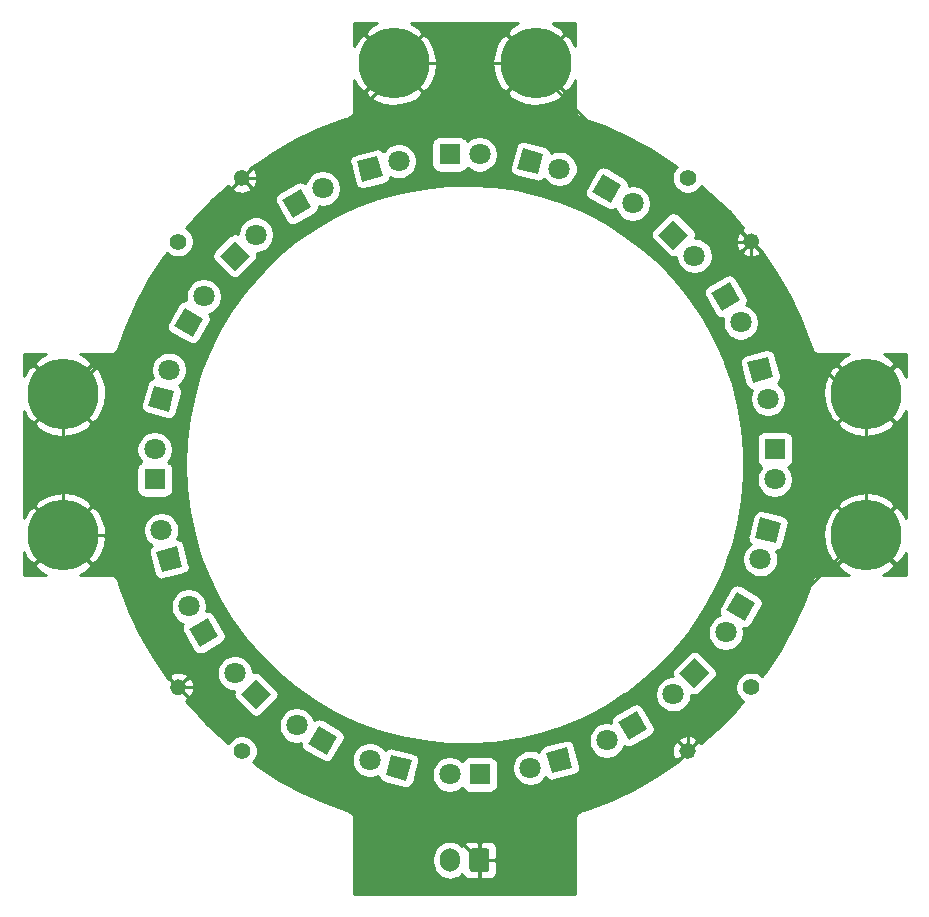
<source format=gbr>
%TF.GenerationSoftware,KiCad,Pcbnew,(5.1.6)-1*%
%TF.CreationDate,2020-08-06T18:29:29-04:00*%
%TF.ProjectId,RingLight,52696e67-4c69-4676-9874-2e6b69636164,rev?*%
%TF.SameCoordinates,Original*%
%TF.FileFunction,Copper,L2,Bot*%
%TF.FilePolarity,Positive*%
%FSLAX46Y46*%
G04 Gerber Fmt 4.6, Leading zero omitted, Abs format (unit mm)*
G04 Created by KiCad (PCBNEW (5.1.6)-1) date 2020-08-06 18:29:29*
%MOMM*%
%LPD*%
G01*
G04 APERTURE LIST*
%TA.AperFunction,ComponentPad*%
%ADD10C,6.000000*%
%TD*%
%TA.AperFunction,ComponentPad*%
%ADD11C,0.100000*%
%TD*%
%TA.AperFunction,ComponentPad*%
%ADD12C,1.800000*%
%TD*%
%TA.AperFunction,ComponentPad*%
%ADD13R,1.800000X1.800000*%
%TD*%
%TA.AperFunction,ComponentPad*%
%ADD14C,1.400000*%
%TD*%
%TA.AperFunction,ComponentPad*%
%ADD15O,1.700000X2.000000*%
%TD*%
%TA.AperFunction,Conductor*%
%ADD16C,0.250000*%
%TD*%
%TA.AperFunction,Conductor*%
%ADD17C,0.254000*%
%TD*%
G04 APERTURE END LIST*
D10*
%TO.P,M3,1*%
%TO.N,GND*%
X94000000Y-66000000D03*
%TD*%
%TA.AperFunction,ComponentPad*%
D11*
%TO.P,D2,1*%
%TO.N,Net-(D1-Pad2)*%
G36*
X74952143Y-95534996D02*
G01*
X73213477Y-95069122D01*
X73679351Y-93330456D01*
X75418017Y-93796330D01*
X74952143Y-95534996D01*
G37*
%TD.AperFunction*%
D12*
%TO.P,D2,2*%
%TO.N,Net-(D2-Pad2)*%
X74973147Y-91979274D03*
%TD*%
%TA.AperFunction,ComponentPad*%
D11*
%TO.P,D3,1*%
%TO.N,Net-(D2-Pad2)*%
G36*
X76961256Y-89204275D02*
G01*
X75402410Y-88304275D01*
X76302410Y-86745429D01*
X77861256Y-87645429D01*
X76961256Y-89204275D01*
G37*
%TD.AperFunction*%
D12*
%TO.P,D3,2*%
%TO.N,Net-(D3-Pad2)*%
X77901833Y-85775147D03*
%TD*%
%TA.AperFunction,ComponentPad*%
D11*
%TO.P,D4,1*%
%TO.N,Net-(D3-Pad2)*%
G36*
X80540421Y-83609265D02*
G01*
X79267629Y-82336473D01*
X80540421Y-81063681D01*
X81813213Y-82336473D01*
X80540421Y-83609265D01*
G37*
%TD.AperFunction*%
D12*
%TO.P,D4,2*%
%TO.N,Net-(D4-Pad2)*%
X82336472Y-80540422D03*
%TD*%
%TA.AperFunction,ComponentPad*%
D11*
%TO.P,D5,1*%
%TO.N,Net-(D4-Pad2)*%
G36*
X85445725Y-79131256D02*
G01*
X84545725Y-77572410D01*
X86104571Y-76672410D01*
X87004571Y-78231256D01*
X85445725Y-79131256D01*
G37*
%TD.AperFunction*%
D12*
%TO.P,D5,2*%
%TO.N,Net-(D5-Pad2)*%
X87974853Y-76631833D03*
%TD*%
%TA.AperFunction,ComponentPad*%
D11*
%TO.P,D6,1*%
%TO.N,Net-(D5-Pad2)*%
G36*
X91342878Y-76075417D02*
G01*
X90877004Y-74336751D01*
X92615670Y-73870877D01*
X93081544Y-75609543D01*
X91342878Y-76075417D01*
G37*
%TD.AperFunction*%
D12*
%TO.P,D6,2*%
%TO.N,24V*%
X94432726Y-74315747D03*
%TD*%
D13*
%TO.P,D7,1*%
%TO.N,Net-(D7-Pad1)*%
X98730000Y-73750000D03*
D12*
%TO.P,D7,2*%
%TO.N,Net-(D7-Pad2)*%
X101270000Y-73750000D03*
%TD*%
%TA.AperFunction,ComponentPad*%
D11*
%TO.P,D8,1*%
%TO.N,Net-(D7-Pad2)*%
G36*
X104465004Y-74952143D02*
G01*
X104930878Y-73213477D01*
X106669544Y-73679351D01*
X106203670Y-75418017D01*
X104465004Y-74952143D01*
G37*
%TD.AperFunction*%
D12*
%TO.P,D8,2*%
%TO.N,Net-(D8-Pad2)*%
X108020726Y-74973147D03*
%TD*%
%TA.AperFunction,ComponentPad*%
D11*
%TO.P,D9,1*%
%TO.N,Net-(D8-Pad2)*%
G36*
X110795725Y-76961256D02*
G01*
X111695725Y-75402410D01*
X113254571Y-76302410D01*
X112354571Y-77861256D01*
X110795725Y-76961256D01*
G37*
%TD.AperFunction*%
D12*
%TO.P,D9,2*%
%TO.N,Net-(D10-Pad1)*%
X114224853Y-77901833D03*
%TD*%
%TA.AperFunction,ComponentPad*%
D11*
%TO.P,D10,1*%
%TO.N,Net-(D10-Pad1)*%
G36*
X116390735Y-80540421D02*
G01*
X117663527Y-79267629D01*
X118936319Y-80540421D01*
X117663527Y-81813213D01*
X116390735Y-80540421D01*
G37*
%TD.AperFunction*%
D12*
%TO.P,D10,2*%
%TO.N,Net-(D10-Pad2)*%
X119459578Y-82336472D03*
%TD*%
%TA.AperFunction,ComponentPad*%
D11*
%TO.P,D11,1*%
%TO.N,Net-(D10-Pad2)*%
G36*
X120868744Y-85445725D02*
G01*
X122427590Y-84545725D01*
X123327590Y-86104571D01*
X121768744Y-87004571D01*
X120868744Y-85445725D01*
G37*
%TD.AperFunction*%
D12*
%TO.P,D11,2*%
%TO.N,Net-(D11-Pad2)*%
X123368167Y-87974853D03*
%TD*%
%TA.AperFunction,ComponentPad*%
D11*
%TO.P,D12,1*%
%TO.N,Net-(D11-Pad2)*%
G36*
X123924583Y-91342878D02*
G01*
X125663249Y-90877004D01*
X126129123Y-92615670D01*
X124390457Y-93081544D01*
X123924583Y-91342878D01*
G37*
%TD.AperFunction*%
D12*
%TO.P,D12,2*%
%TO.N,24V*%
X125684253Y-94432726D03*
%TD*%
D13*
%TO.P,D13,1*%
%TO.N,Net-(D13-Pad1)*%
X126250000Y-98730000D03*
D12*
%TO.P,D13,2*%
%TO.N,Net-(D13-Pad2)*%
X126250000Y-101270000D03*
%TD*%
%TA.AperFunction,ComponentPad*%
D11*
%TO.P,D14,1*%
%TO.N,Net-(D13-Pad2)*%
G36*
X125047857Y-104465004D02*
G01*
X126786523Y-104930878D01*
X126320649Y-106669544D01*
X124581983Y-106203670D01*
X125047857Y-104465004D01*
G37*
%TD.AperFunction*%
D12*
%TO.P,D14,2*%
%TO.N,Net-(D14-Pad2)*%
X125026853Y-108020726D03*
%TD*%
%TA.AperFunction,ComponentPad*%
D11*
%TO.P,D15,1*%
%TO.N,Net-(D14-Pad2)*%
G36*
X123038744Y-110795725D02*
G01*
X124597590Y-111695725D01*
X123697590Y-113254571D01*
X122138744Y-112354571D01*
X123038744Y-110795725D01*
G37*
%TD.AperFunction*%
D12*
%TO.P,D15,2*%
%TO.N,Net-(D15-Pad2)*%
X122098167Y-114224853D03*
%TD*%
%TA.AperFunction,ComponentPad*%
D11*
%TO.P,D16,1*%
%TO.N,Net-(D15-Pad2)*%
G36*
X119459579Y-116390735D02*
G01*
X120732371Y-117663527D01*
X119459579Y-118936319D01*
X118186787Y-117663527D01*
X119459579Y-116390735D01*
G37*
%TD.AperFunction*%
D12*
%TO.P,D16,2*%
%TO.N,Net-(D16-Pad2)*%
X117663528Y-119459578D03*
%TD*%
%TA.AperFunction,ComponentPad*%
D11*
%TO.P,D17,1*%
%TO.N,Net-(D16-Pad2)*%
G36*
X114554275Y-120868744D02*
G01*
X115454275Y-122427590D01*
X113895429Y-123327590D01*
X112995429Y-121768744D01*
X114554275Y-120868744D01*
G37*
%TD.AperFunction*%
D12*
%TO.P,D17,2*%
%TO.N,Net-(D17-Pad2)*%
X112025147Y-123368167D03*
%TD*%
%TA.AperFunction,ComponentPad*%
D11*
%TO.P,D18,1*%
%TO.N,Net-(D17-Pad2)*%
G36*
X108657122Y-123924583D02*
G01*
X109122996Y-125663249D01*
X107384330Y-126129123D01*
X106918456Y-124390457D01*
X108657122Y-123924583D01*
G37*
%TD.AperFunction*%
D12*
%TO.P,D18,2*%
%TO.N,24V*%
X105567274Y-125684253D03*
%TD*%
D13*
%TO.P,D19,1*%
%TO.N,Net-(D19-Pad1)*%
X101270000Y-126250000D03*
D12*
%TO.P,D19,2*%
%TO.N,Net-(D19-Pad2)*%
X98730000Y-126250000D03*
%TD*%
%TA.AperFunction,ComponentPad*%
D11*
%TO.P,D20,1*%
%TO.N,Net-(D19-Pad2)*%
G36*
X95534996Y-125047857D02*
G01*
X95069122Y-126786523D01*
X93330456Y-126320649D01*
X93796330Y-124581983D01*
X95534996Y-125047857D01*
G37*
%TD.AperFunction*%
D12*
%TO.P,D20,2*%
%TO.N,Net-(D20-Pad2)*%
X91979274Y-125026853D03*
%TD*%
%TA.AperFunction,ComponentPad*%
D11*
%TO.P,D21,1*%
%TO.N,Net-(D20-Pad2)*%
G36*
X89204275Y-123038744D02*
G01*
X88304275Y-124597590D01*
X86745429Y-123697590D01*
X87645429Y-122138744D01*
X89204275Y-123038744D01*
G37*
%TD.AperFunction*%
D12*
%TO.P,D21,2*%
%TO.N,Net-(D21-Pad2)*%
X85775147Y-122098167D03*
%TD*%
%TA.AperFunction,ComponentPad*%
D11*
%TO.P,D22,1*%
%TO.N,Net-(D21-Pad2)*%
G36*
X83609265Y-119459579D02*
G01*
X82336473Y-120732371D01*
X81063681Y-119459579D01*
X82336473Y-118186787D01*
X83609265Y-119459579D01*
G37*
%TD.AperFunction*%
D12*
%TO.P,D22,2*%
%TO.N,Net-(D22-Pad2)*%
X80540422Y-117663528D03*
%TD*%
%TA.AperFunction,ComponentPad*%
D11*
%TO.P,D23,1*%
%TO.N,Net-(D22-Pad2)*%
G36*
X79131256Y-114554275D02*
G01*
X77572410Y-115454275D01*
X76672410Y-113895429D01*
X78231256Y-112995429D01*
X79131256Y-114554275D01*
G37*
%TD.AperFunction*%
D12*
%TO.P,D23,2*%
%TO.N,Net-(D23-Pad2)*%
X76631833Y-112025147D03*
%TD*%
%TA.AperFunction,ComponentPad*%
D11*
%TO.P,D24,1*%
%TO.N,Net-(D23-Pad2)*%
G36*
X76075417Y-108657122D02*
G01*
X74336751Y-109122996D01*
X73870877Y-107384330D01*
X75609543Y-106918456D01*
X76075417Y-108657122D01*
G37*
%TD.AperFunction*%
D12*
%TO.P,D24,2*%
%TO.N,24V*%
X74315747Y-105567274D03*
%TD*%
%TO.P,D1,2*%
%TO.N,Net-(D1-Pad2)*%
X73750000Y-98730000D03*
D13*
%TO.P,D1,1*%
%TO.N,Net-(D1-Pad1)*%
X73750000Y-101270000D03*
%TD*%
D14*
%TO.P,R2,1*%
%TO.N,Net-(D7-Pad1)*%
X118872680Y-75739166D03*
%TO.P,R2,2*%
%TO.N,GND*%
%TA.AperFunction,ComponentPad*%
G36*
G01*
X123765859Y-80632345D02*
X123765859Y-80632345D01*
G75*
G02*
X124755809Y-80632345I494975J-494975D01*
G01*
X124755809Y-80632345D01*
G75*
G02*
X124755809Y-81622295I-494975J-494975D01*
G01*
X124755809Y-81622295D01*
G75*
G02*
X123765859Y-81622295I-494975J494975D01*
G01*
X123765859Y-81622295D01*
G75*
G02*
X123765859Y-80632345I494975J494975D01*
G01*
G37*
%TD.AperFunction*%
%TD*%
D10*
%TO.P,M6,1*%
%TO.N,GND*%
X134000000Y-106000000D03*
%TD*%
%TO.P,M2,1*%
%TO.N,GND*%
X66000000Y-94000000D03*
%TD*%
%TO.P,M5,1*%
%TO.N,GND*%
X134000000Y-94000000D03*
%TD*%
%TO.P,M1,1*%
%TO.N,GND*%
X66000000Y-106000000D03*
%TD*%
%TO.P,M4,1*%
%TO.N,GND*%
X106000000Y-66000000D03*
%TD*%
D15*
%TO.P,J1,2*%
%TO.N,24V*%
X98750000Y-133500000D03*
%TO.P,J1,1*%
%TO.N,GND*%
%TA.AperFunction,ComponentPad*%
G36*
G01*
X102100000Y-132750000D02*
X102100000Y-134250000D01*
G75*
G02*
X101850000Y-134500000I-250000J0D01*
G01*
X100650000Y-134500000D01*
G75*
G02*
X100400000Y-134250000I0J250000D01*
G01*
X100400000Y-132750000D01*
G75*
G02*
X100650000Y-132500000I250000J0D01*
G01*
X101850000Y-132500000D01*
G75*
G02*
X102100000Y-132750000I0J-250000D01*
G01*
G37*
%TD.AperFunction*%
%TD*%
D14*
%TO.P,R1,1*%
%TO.N,Net-(D1-Pad1)*%
X75739166Y-81127320D03*
%TO.P,R1,2*%
%TO.N,GND*%
%TA.AperFunction,ComponentPad*%
G36*
G01*
X80632345Y-76234141D02*
X80632345Y-76234141D01*
G75*
G02*
X80632345Y-75244191I494975J494975D01*
G01*
X80632345Y-75244191D01*
G75*
G02*
X81622295Y-75244191I494975J-494975D01*
G01*
X81622295Y-75244191D01*
G75*
G02*
X81622295Y-76234141I-494975J-494975D01*
G01*
X81622295Y-76234141D01*
G75*
G02*
X80632345Y-76234141I-494975J494975D01*
G01*
G37*
%TD.AperFunction*%
%TD*%
%TO.P,R3,1*%
%TO.N,Net-(D13-Pad1)*%
X124260834Y-118872680D03*
%TO.P,R3,2*%
%TO.N,GND*%
%TA.AperFunction,ComponentPad*%
G36*
G01*
X119367655Y-123765859D02*
X119367655Y-123765859D01*
G75*
G02*
X119367655Y-124755809I-494975J-494975D01*
G01*
X119367655Y-124755809D01*
G75*
G02*
X118377705Y-124755809I-494975J494975D01*
G01*
X118377705Y-124755809D01*
G75*
G02*
X118377705Y-123765859I494975J494975D01*
G01*
X118377705Y-123765859D01*
G75*
G02*
X119367655Y-123765859I494975J-494975D01*
G01*
G37*
%TD.AperFunction*%
%TD*%
%TO.P,R4,1*%
%TO.N,Net-(D19-Pad1)*%
X81127320Y-124260834D03*
%TO.P,R4,2*%
%TO.N,GND*%
%TA.AperFunction,ComponentPad*%
G36*
G01*
X76234141Y-119367655D02*
X76234141Y-119367655D01*
G75*
G02*
X75244191Y-119367655I-494975J494975D01*
G01*
X75244191Y-119367655D01*
G75*
G02*
X75244191Y-118377705I494975J494975D01*
G01*
X75244191Y-118377705D01*
G75*
G02*
X76234141Y-118377705I494975J-494975D01*
G01*
X76234141Y-118377705D01*
G75*
G02*
X76234141Y-119367655I-494975J-494975D01*
G01*
G37*
%TD.AperFunction*%
%TD*%
D16*
%TO.N,GND*%
X101250000Y-133500000D02*
X103500000Y-133500000D01*
X118172681Y-124960833D02*
X118872680Y-124260834D01*
X112039167Y-124960833D02*
X118172681Y-124960833D01*
X103500000Y-133500000D02*
X112039167Y-124960833D01*
X133505011Y-106000000D02*
X134000000Y-106000000D01*
X118872680Y-124260834D02*
X118872680Y-120632331D01*
X118872680Y-120632331D02*
X133505011Y-106000000D01*
X134000000Y-106000000D02*
X134000000Y-94000000D01*
X124260834Y-81127320D02*
X124260834Y-85760834D01*
X132500000Y-94000000D02*
X134000000Y-94000000D01*
X124260834Y-85760834D02*
X132500000Y-94000000D01*
X106000000Y-66500000D02*
X106000000Y-66000000D01*
X124260834Y-81127320D02*
X120627320Y-81127320D01*
X120627320Y-81127320D02*
X106000000Y-66500000D01*
X106000000Y-66000000D02*
X94000000Y-66000000D01*
X81127320Y-75739166D02*
X85260834Y-75739166D01*
X94000000Y-67000000D02*
X94000000Y-66000000D01*
X85260834Y-75739166D02*
X94000000Y-67000000D01*
X66534629Y-94000000D02*
X69034629Y-91500000D01*
X66000000Y-94000000D02*
X66534629Y-94000000D01*
X69034629Y-91500000D02*
X69500000Y-91500000D01*
X78500000Y-82500000D02*
X78500000Y-78366486D01*
X78500000Y-78366486D02*
X81127320Y-75739166D01*
X69500000Y-91500000D02*
X78500000Y-82500000D01*
X66000000Y-94000000D02*
X66000000Y-106000000D01*
X66000000Y-106000000D02*
X69500000Y-106000000D01*
X75039167Y-118172681D02*
X75739166Y-118872680D01*
X75039167Y-111539167D02*
X75039167Y-118172681D01*
X69500000Y-106000000D02*
X75039167Y-111539167D01*
X75739166Y-118872680D02*
X78872680Y-118872680D01*
X78872680Y-118872680D02*
X86500000Y-126500000D01*
X86500000Y-126500000D02*
X89500000Y-126500000D01*
X89500000Y-126500000D02*
X93000000Y-130000000D01*
X97750000Y-130000000D02*
X101250000Y-133500000D01*
X93000000Y-130000000D02*
X97750000Y-130000000D01*
%TD*%
D17*
%TO.N,GND*%
G36*
X92071954Y-62897737D02*
G01*
X91871713Y-63031534D01*
X91545801Y-63513274D01*
X94000000Y-65967473D01*
X96454199Y-63513274D01*
X96128287Y-63031534D01*
X95508274Y-62673364D01*
X95468937Y-62660000D01*
X104554336Y-62660000D01*
X104071954Y-62897737D01*
X103871713Y-63031534D01*
X103545801Y-63513274D01*
X106000000Y-65967473D01*
X108454199Y-63513274D01*
X108128287Y-63031534D01*
X107508274Y-62673364D01*
X107468937Y-62660000D01*
X109340000Y-62660000D01*
X109340000Y-64554337D01*
X109102263Y-64071954D01*
X108968466Y-63871713D01*
X108486726Y-63545801D01*
X106032527Y-66000000D01*
X108486726Y-68454199D01*
X108968466Y-68128287D01*
X109326636Y-67508274D01*
X109340001Y-67468935D01*
X109340001Y-70032419D01*
X109343109Y-70063980D01*
X109343111Y-70064005D01*
X109343115Y-70064032D01*
X109349551Y-70129383D01*
X109387291Y-70253793D01*
X109448576Y-70368450D01*
X109531053Y-70468948D01*
X109631551Y-70551425D01*
X109746208Y-70612710D01*
X109788751Y-70625615D01*
X111816302Y-71381063D01*
X113783886Y-72275046D01*
X115684281Y-73304085D01*
X117508298Y-74463202D01*
X117941142Y-74782729D01*
X117835718Y-74888153D01*
X117689619Y-75106807D01*
X117588984Y-75349761D01*
X117537680Y-75607680D01*
X117537680Y-75870652D01*
X117588984Y-76128571D01*
X117689619Y-76371525D01*
X117835718Y-76590179D01*
X118021667Y-76776128D01*
X118240321Y-76922227D01*
X118483275Y-77022862D01*
X118741194Y-77074166D01*
X119004166Y-77074166D01*
X119262085Y-77022862D01*
X119505039Y-76922227D01*
X119723693Y-76776128D01*
X119909642Y-76590179D01*
X120028348Y-76412522D01*
X120891949Y-77148414D01*
X122435096Y-78661420D01*
X123598571Y-79973485D01*
X123543791Y-80001231D01*
X123494865Y-80033924D01*
X123445522Y-80279481D01*
X124260834Y-81094793D01*
X124274976Y-81080651D01*
X124307503Y-81113178D01*
X124293361Y-81127320D01*
X125108673Y-81942632D01*
X125143575Y-81935619D01*
X125186520Y-81991454D01*
X126381381Y-83792247D01*
X127447713Y-85671999D01*
X128380318Y-87621547D01*
X129177707Y-89639112D01*
X129371981Y-90203328D01*
X129387290Y-90253794D01*
X129448575Y-90368451D01*
X129531052Y-90468949D01*
X129631550Y-90551426D01*
X129746207Y-90612711D01*
X129870617Y-90650451D01*
X129967581Y-90660001D01*
X132554336Y-90660000D01*
X132071954Y-90897737D01*
X131871713Y-91031534D01*
X131545801Y-91513274D01*
X134000000Y-93967473D01*
X136454199Y-91513274D01*
X136128287Y-91031534D01*
X135508274Y-90673364D01*
X135468936Y-90660000D01*
X137340000Y-90659999D01*
X137340000Y-92554337D01*
X137102263Y-92071954D01*
X136968466Y-91871713D01*
X136486726Y-91545801D01*
X134032527Y-94000000D01*
X136486726Y-96454199D01*
X136968466Y-96128287D01*
X137326636Y-95508274D01*
X137340000Y-95468936D01*
X137340001Y-104554338D01*
X137102263Y-104071954D01*
X136968466Y-103871713D01*
X136486726Y-103545801D01*
X134032527Y-106000000D01*
X136486726Y-108454199D01*
X136968466Y-108128287D01*
X137326636Y-107508274D01*
X137340001Y-107468935D01*
X137340001Y-109340000D01*
X135445664Y-109340000D01*
X135928046Y-109102263D01*
X136128287Y-108968466D01*
X136454199Y-108486726D01*
X134000000Y-106032527D01*
X131545801Y-108486726D01*
X131871713Y-108968466D01*
X132491726Y-109326636D01*
X132531063Y-109340000D01*
X129967580Y-109340000D01*
X129870616Y-109349550D01*
X129746206Y-109387290D01*
X129631549Y-109448575D01*
X129531051Y-109531052D01*
X129448574Y-109631550D01*
X129387289Y-109746207D01*
X129374378Y-109788769D01*
X128618935Y-111816308D01*
X127724954Y-113783886D01*
X126695912Y-115684288D01*
X125536791Y-117508308D01*
X125217271Y-117941142D01*
X125111847Y-117835718D01*
X124893193Y-117689619D01*
X124650239Y-117588984D01*
X124392320Y-117537680D01*
X124129348Y-117537680D01*
X123871429Y-117588984D01*
X123628475Y-117689619D01*
X123409821Y-117835718D01*
X123223872Y-118021667D01*
X123077773Y-118240321D01*
X122977138Y-118483275D01*
X122925834Y-118741194D01*
X122925834Y-119004166D01*
X122977138Y-119262085D01*
X123077773Y-119505039D01*
X123223872Y-119723693D01*
X123409821Y-119909642D01*
X123587478Y-120028348D01*
X122851586Y-120891949D01*
X121338580Y-122435096D01*
X120026515Y-123598571D01*
X119998769Y-123543791D01*
X119966076Y-123494865D01*
X119720519Y-123445522D01*
X118905207Y-124260834D01*
X118919349Y-124274976D01*
X118886822Y-124307503D01*
X118872680Y-124293361D01*
X118057368Y-125108673D01*
X118064381Y-125143575D01*
X118008546Y-125186520D01*
X116207753Y-126381381D01*
X114328001Y-127447713D01*
X112378459Y-128380315D01*
X110360888Y-129177706D01*
X109796657Y-129371986D01*
X109746208Y-129387290D01*
X109631551Y-129448575D01*
X109531053Y-129531052D01*
X109448576Y-129631550D01*
X109387291Y-129746207D01*
X109349551Y-129870617D01*
X109340001Y-129967581D01*
X109340000Y-136340000D01*
X90660000Y-136340000D01*
X90660000Y-133277050D01*
X97265000Y-133277050D01*
X97265000Y-133722949D01*
X97286487Y-133941110D01*
X97371401Y-134221033D01*
X97509294Y-134479013D01*
X97694866Y-134705134D01*
X97920986Y-134890706D01*
X98178966Y-135028599D01*
X98458889Y-135113513D01*
X98750000Y-135142185D01*
X99041110Y-135113513D01*
X99321033Y-135028599D01*
X99579013Y-134890706D01*
X99799945Y-134709392D01*
X99810498Y-134744180D01*
X99869463Y-134854494D01*
X99948815Y-134951185D01*
X100045506Y-135030537D01*
X100155820Y-135089502D01*
X100275518Y-135125812D01*
X100400000Y-135138072D01*
X101068250Y-135135000D01*
X101227000Y-134976250D01*
X101227000Y-133523000D01*
X101273000Y-133523000D01*
X101273000Y-134976250D01*
X101431750Y-135135000D01*
X102100000Y-135138072D01*
X102224482Y-135125812D01*
X102344180Y-135089502D01*
X102454494Y-135030537D01*
X102551185Y-134951185D01*
X102630537Y-134854494D01*
X102689502Y-134744180D01*
X102725812Y-134624482D01*
X102738072Y-134500000D01*
X102735000Y-133681750D01*
X102576250Y-133523000D01*
X101273000Y-133523000D01*
X101227000Y-133523000D01*
X101207000Y-133523000D01*
X101207000Y-133477000D01*
X101227000Y-133477000D01*
X101227000Y-132023750D01*
X101273000Y-132023750D01*
X101273000Y-133477000D01*
X102576250Y-133477000D01*
X102735000Y-133318250D01*
X102738072Y-132500000D01*
X102725812Y-132375518D01*
X102689502Y-132255820D01*
X102630537Y-132145506D01*
X102551185Y-132048815D01*
X102454494Y-131969463D01*
X102344180Y-131910498D01*
X102224482Y-131874188D01*
X102100000Y-131861928D01*
X101431750Y-131865000D01*
X101273000Y-132023750D01*
X101227000Y-132023750D01*
X101068250Y-131865000D01*
X100400000Y-131861928D01*
X100275518Y-131874188D01*
X100155820Y-131910498D01*
X100045506Y-131969463D01*
X99948815Y-132048815D01*
X99869463Y-132145506D01*
X99810498Y-132255820D01*
X99799945Y-132290608D01*
X99579014Y-132109294D01*
X99321034Y-131971401D01*
X99041111Y-131886487D01*
X98750000Y-131857815D01*
X98458890Y-131886487D01*
X98178967Y-131971401D01*
X97920987Y-132109294D01*
X97694866Y-132294866D01*
X97509294Y-132520986D01*
X97371401Y-132778966D01*
X97286487Y-133058889D01*
X97265000Y-133277050D01*
X90660000Y-133277050D01*
X90660000Y-129967580D01*
X90650450Y-129870616D01*
X90612710Y-129746206D01*
X90551425Y-129631549D01*
X90468948Y-129531051D01*
X90368449Y-129448574D01*
X90253792Y-129387289D01*
X90211235Y-129374379D01*
X88183692Y-128618935D01*
X86216114Y-127724954D01*
X84315712Y-126695912D01*
X82491692Y-125536791D01*
X82058858Y-125217271D01*
X82164282Y-125111847D01*
X82310381Y-124893193D01*
X82411016Y-124650239D01*
X82462320Y-124392320D01*
X82462320Y-124129348D01*
X82411016Y-123871429D01*
X82310381Y-123628475D01*
X82164282Y-123409821D01*
X81978333Y-123223872D01*
X81759679Y-123077773D01*
X81516725Y-122977138D01*
X81258806Y-122925834D01*
X80995834Y-122925834D01*
X80737915Y-122977138D01*
X80494961Y-123077773D01*
X80276307Y-123223872D01*
X80090358Y-123409821D01*
X79971652Y-123587478D01*
X79108051Y-122851586D01*
X78185428Y-121946983D01*
X84240147Y-121946983D01*
X84240147Y-122249351D01*
X84299136Y-122545910D01*
X84414848Y-122825262D01*
X84582835Y-123076672D01*
X84796642Y-123290479D01*
X85048052Y-123458466D01*
X85327404Y-123574178D01*
X85623963Y-123633167D01*
X85926331Y-123633167D01*
X86117274Y-123595186D01*
X86112816Y-123614305D01*
X86108723Y-123739322D01*
X86129099Y-123862735D01*
X86173160Y-123979802D01*
X86239212Y-124086024D01*
X86324719Y-124177318D01*
X86426393Y-124250177D01*
X87985239Y-125150177D01*
X88099174Y-125201800D01*
X88220990Y-125230203D01*
X88346007Y-125234296D01*
X88469420Y-125213920D01*
X88586487Y-125169859D01*
X88692709Y-125103807D01*
X88784003Y-125018300D01*
X88856862Y-124916626D01*
X88880508Y-124875669D01*
X90444274Y-124875669D01*
X90444274Y-125178037D01*
X90503263Y-125474596D01*
X90618975Y-125753948D01*
X90786962Y-126005358D01*
X91000769Y-126219165D01*
X91252179Y-126387152D01*
X91531531Y-126502864D01*
X91828090Y-126561853D01*
X92130458Y-126561853D01*
X92427017Y-126502864D01*
X92697415Y-126390861D01*
X92697843Y-126403934D01*
X92726246Y-126525751D01*
X92777869Y-126639685D01*
X92850728Y-126741359D01*
X92942022Y-126826866D01*
X93048244Y-126892918D01*
X93165311Y-126936979D01*
X94903977Y-127402853D01*
X95027390Y-127423229D01*
X95152407Y-127419136D01*
X95274224Y-127390733D01*
X95388158Y-127339110D01*
X95489832Y-127266251D01*
X95575339Y-127174957D01*
X95641391Y-127068735D01*
X95685452Y-126951668D01*
X95913972Y-126098816D01*
X97195000Y-126098816D01*
X97195000Y-126401184D01*
X97253989Y-126697743D01*
X97369701Y-126977095D01*
X97537688Y-127228505D01*
X97751495Y-127442312D01*
X98002905Y-127610299D01*
X98282257Y-127726011D01*
X98578816Y-127785000D01*
X98881184Y-127785000D01*
X99177743Y-127726011D01*
X99457095Y-127610299D01*
X99708505Y-127442312D01*
X99774944Y-127375873D01*
X99780498Y-127394180D01*
X99839463Y-127504494D01*
X99918815Y-127601185D01*
X100015506Y-127680537D01*
X100125820Y-127739502D01*
X100245518Y-127775812D01*
X100370000Y-127788072D01*
X102170000Y-127788072D01*
X102294482Y-127775812D01*
X102414180Y-127739502D01*
X102524494Y-127680537D01*
X102621185Y-127601185D01*
X102700537Y-127504494D01*
X102759502Y-127394180D01*
X102795812Y-127274482D01*
X102808072Y-127150000D01*
X102808072Y-125533069D01*
X104032274Y-125533069D01*
X104032274Y-125835437D01*
X104091263Y-126131996D01*
X104206975Y-126411348D01*
X104374962Y-126662758D01*
X104588769Y-126876565D01*
X104840179Y-127044552D01*
X105119531Y-127160264D01*
X105416090Y-127219253D01*
X105718458Y-127219253D01*
X106015017Y-127160264D01*
X106294369Y-127044552D01*
X106545779Y-126876565D01*
X106759586Y-126662758D01*
X106867746Y-126500885D01*
X106878113Y-126517557D01*
X106963620Y-126608851D01*
X107065294Y-126681710D01*
X107179228Y-126733333D01*
X107301045Y-126761736D01*
X107426062Y-126765829D01*
X107549475Y-126745453D01*
X109288141Y-126279579D01*
X109405208Y-126235518D01*
X109511430Y-126169466D01*
X109602724Y-126083959D01*
X109675583Y-125982285D01*
X109727206Y-125868351D01*
X109755609Y-125746534D01*
X109759702Y-125621517D01*
X109739326Y-125498104D01*
X109273452Y-123759438D01*
X109229391Y-123642371D01*
X109163339Y-123536149D01*
X109077832Y-123444855D01*
X108976158Y-123371996D01*
X108862224Y-123320373D01*
X108740407Y-123291970D01*
X108615390Y-123287877D01*
X108491977Y-123308253D01*
X106753311Y-123774127D01*
X106636244Y-123818188D01*
X106530022Y-123884240D01*
X106438728Y-123969747D01*
X106365869Y-124071421D01*
X106314246Y-124185355D01*
X106285843Y-124307172D01*
X106285415Y-124320245D01*
X106015017Y-124208242D01*
X105718458Y-124149253D01*
X105416090Y-124149253D01*
X105119531Y-124208242D01*
X104840179Y-124323954D01*
X104588769Y-124491941D01*
X104374962Y-124705748D01*
X104206975Y-124957158D01*
X104091263Y-125236510D01*
X104032274Y-125533069D01*
X102808072Y-125533069D01*
X102808072Y-125350000D01*
X102795812Y-125225518D01*
X102759502Y-125105820D01*
X102700537Y-124995506D01*
X102621185Y-124898815D01*
X102524494Y-124819463D01*
X102414180Y-124760498D01*
X102294482Y-124724188D01*
X102170000Y-124711928D01*
X100370000Y-124711928D01*
X100245518Y-124724188D01*
X100125820Y-124760498D01*
X100015506Y-124819463D01*
X99918815Y-124898815D01*
X99839463Y-124995506D01*
X99780498Y-125105820D01*
X99774944Y-125124127D01*
X99708505Y-125057688D01*
X99457095Y-124889701D01*
X99177743Y-124773989D01*
X98881184Y-124715000D01*
X98578816Y-124715000D01*
X98282257Y-124773989D01*
X98002905Y-124889701D01*
X97751495Y-125057688D01*
X97537688Y-125271495D01*
X97369701Y-125522905D01*
X97253989Y-125802257D01*
X97195000Y-126098816D01*
X95913972Y-126098816D01*
X96151326Y-125213002D01*
X96171702Y-125089589D01*
X96167609Y-124964572D01*
X96139206Y-124842755D01*
X96087583Y-124728821D01*
X96014724Y-124627147D01*
X95923430Y-124541640D01*
X95817208Y-124475588D01*
X95700141Y-124431527D01*
X93961475Y-123965653D01*
X93838062Y-123945277D01*
X93713045Y-123949370D01*
X93591228Y-123977773D01*
X93477294Y-124029396D01*
X93375620Y-124102255D01*
X93290113Y-124193549D01*
X93279746Y-124210221D01*
X93171586Y-124048348D01*
X92957779Y-123834541D01*
X92706369Y-123666554D01*
X92427017Y-123550842D01*
X92130458Y-123491853D01*
X91828090Y-123491853D01*
X91531531Y-123550842D01*
X91252179Y-123666554D01*
X91000769Y-123834541D01*
X90786962Y-124048348D01*
X90618975Y-124299758D01*
X90503263Y-124579110D01*
X90444274Y-124875669D01*
X88880508Y-124875669D01*
X89756862Y-123357780D01*
X89808485Y-123243845D01*
X89836888Y-123122029D01*
X89840981Y-122997012D01*
X89820605Y-122873599D01*
X89776544Y-122756532D01*
X89710492Y-122650310D01*
X89624985Y-122559016D01*
X89523311Y-122486157D01*
X87964465Y-121586157D01*
X87850530Y-121534534D01*
X87728714Y-121506131D01*
X87603697Y-121502038D01*
X87480284Y-121522414D01*
X87363217Y-121566475D01*
X87256995Y-121632527D01*
X87247448Y-121641468D01*
X87135446Y-121371072D01*
X86967459Y-121119662D01*
X86753652Y-120905855D01*
X86502242Y-120737868D01*
X86222890Y-120622156D01*
X85926331Y-120563167D01*
X85623963Y-120563167D01*
X85327404Y-120622156D01*
X85048052Y-120737868D01*
X84796642Y-120905855D01*
X84582835Y-121119662D01*
X84414848Y-121371072D01*
X84299136Y-121650424D01*
X84240147Y-121946983D01*
X78185428Y-121946983D01*
X77564904Y-121338580D01*
X76401429Y-120026515D01*
X76456209Y-119998769D01*
X76505135Y-119966076D01*
X76554478Y-119720519D01*
X75739166Y-118905207D01*
X75725024Y-118919349D01*
X75692497Y-118886822D01*
X75706639Y-118872680D01*
X75771693Y-118872680D01*
X76587005Y-119687992D01*
X76832562Y-119638649D01*
X76865255Y-119589723D01*
X76983506Y-119356256D01*
X77053937Y-119104206D01*
X77073842Y-118843258D01*
X77042457Y-118583441D01*
X76960987Y-118334739D01*
X76832563Y-118106710D01*
X76587025Y-118057348D01*
X75771693Y-118872680D01*
X75706639Y-118872680D01*
X74891327Y-118057368D01*
X74856425Y-118064381D01*
X74826014Y-118024841D01*
X74923854Y-118024841D01*
X75739166Y-118840153D01*
X76554498Y-118024821D01*
X76505136Y-117779283D01*
X76277107Y-117650859D01*
X76028405Y-117569389D01*
X75768588Y-117538004D01*
X75507640Y-117557909D01*
X75255590Y-117628340D01*
X75022123Y-117746591D01*
X74973197Y-117779284D01*
X74923854Y-118024841D01*
X74826014Y-118024841D01*
X74813480Y-118008546D01*
X74484241Y-117512344D01*
X79005422Y-117512344D01*
X79005422Y-117814712D01*
X79064411Y-118111271D01*
X79180123Y-118390623D01*
X79348110Y-118642033D01*
X79561917Y-118855840D01*
X79813327Y-119023827D01*
X80092679Y-119139539D01*
X80389238Y-119198528D01*
X80483197Y-119198528D01*
X80474179Y-119215399D01*
X80437869Y-119335097D01*
X80425609Y-119459579D01*
X80437869Y-119584061D01*
X80474179Y-119703759D01*
X80533144Y-119814073D01*
X80612496Y-119910764D01*
X81885288Y-121183556D01*
X81981979Y-121262908D01*
X82092293Y-121321873D01*
X82211991Y-121358183D01*
X82336473Y-121370443D01*
X82460955Y-121358183D01*
X82580653Y-121321873D01*
X82690967Y-121262908D01*
X82787658Y-121183556D01*
X84060450Y-119910764D01*
X84139802Y-119814073D01*
X84198767Y-119703759D01*
X84235077Y-119584061D01*
X84247337Y-119459579D01*
X84235077Y-119335097D01*
X84198767Y-119215399D01*
X84139802Y-119105085D01*
X84060450Y-119008394D01*
X82787658Y-117735602D01*
X82690967Y-117656250D01*
X82580653Y-117597285D01*
X82460955Y-117560975D01*
X82336473Y-117548715D01*
X82211991Y-117560975D01*
X82092293Y-117597285D01*
X82075422Y-117606303D01*
X82075422Y-117512344D01*
X82016433Y-117215785D01*
X81900721Y-116936433D01*
X81732734Y-116685023D01*
X81518927Y-116471216D01*
X81267517Y-116303229D01*
X80988165Y-116187517D01*
X80691606Y-116128528D01*
X80389238Y-116128528D01*
X80092679Y-116187517D01*
X79813327Y-116303229D01*
X79561917Y-116471216D01*
X79348110Y-116685023D01*
X79180123Y-116936433D01*
X79064411Y-117215785D01*
X79005422Y-117512344D01*
X74484241Y-117512344D01*
X73618619Y-116207753D01*
X72552287Y-114328001D01*
X71619685Y-112378459D01*
X71420297Y-111873963D01*
X75096833Y-111873963D01*
X75096833Y-112176331D01*
X75155822Y-112472890D01*
X75271534Y-112752242D01*
X75439521Y-113003652D01*
X75653328Y-113217459D01*
X75904738Y-113385446D01*
X76175134Y-113497448D01*
X76166193Y-113506995D01*
X76100141Y-113613217D01*
X76056080Y-113730284D01*
X76035704Y-113853697D01*
X76039797Y-113978714D01*
X76068200Y-114100530D01*
X76119823Y-114214465D01*
X77019823Y-115773311D01*
X77092682Y-115874985D01*
X77183976Y-115960492D01*
X77290198Y-116026544D01*
X77407265Y-116070605D01*
X77530678Y-116090981D01*
X77655695Y-116086888D01*
X77777511Y-116058485D01*
X77891446Y-116006862D01*
X79450292Y-115106862D01*
X79551966Y-115034003D01*
X79637473Y-114942709D01*
X79703525Y-114836487D01*
X79747586Y-114719420D01*
X79767962Y-114596007D01*
X79763869Y-114470990D01*
X79735466Y-114349174D01*
X79683843Y-114235239D01*
X78783843Y-112676393D01*
X78710984Y-112574719D01*
X78619690Y-112489212D01*
X78513468Y-112423160D01*
X78396401Y-112379099D01*
X78272988Y-112358723D01*
X78147971Y-112362816D01*
X78128852Y-112367274D01*
X78166833Y-112176331D01*
X78166833Y-111873963D01*
X78107844Y-111577404D01*
X77992132Y-111298052D01*
X77824145Y-111046642D01*
X77610338Y-110832835D01*
X77358928Y-110664848D01*
X77079576Y-110549136D01*
X76783017Y-110490147D01*
X76480649Y-110490147D01*
X76184090Y-110549136D01*
X75904738Y-110664848D01*
X75653328Y-110832835D01*
X75439521Y-111046642D01*
X75271534Y-111298052D01*
X75155822Y-111577404D01*
X75096833Y-111873963D01*
X71420297Y-111873963D01*
X70822294Y-110360888D01*
X70628016Y-109796665D01*
X70612710Y-109746207D01*
X70551425Y-109631550D01*
X70468948Y-109531052D01*
X70368450Y-109448575D01*
X70253793Y-109387290D01*
X70129383Y-109349550D01*
X70032419Y-109340000D01*
X67445664Y-109340000D01*
X67928046Y-109102263D01*
X68128287Y-108968466D01*
X68454199Y-108486726D01*
X66000000Y-106032527D01*
X63545801Y-108486726D01*
X63871713Y-108968466D01*
X64491726Y-109326636D01*
X64531063Y-109340000D01*
X62660000Y-109340000D01*
X62660000Y-107445664D01*
X62897737Y-107928046D01*
X63031534Y-108128287D01*
X63513274Y-108454199D01*
X65967473Y-106000000D01*
X66032527Y-106000000D01*
X68486726Y-108454199D01*
X68968466Y-108128287D01*
X69326636Y-107508274D01*
X69556966Y-106830298D01*
X69650603Y-106120415D01*
X69604615Y-105416090D01*
X72780747Y-105416090D01*
X72780747Y-105718458D01*
X72839736Y-106015017D01*
X72955448Y-106294369D01*
X73123435Y-106545779D01*
X73337242Y-106759586D01*
X73499115Y-106867746D01*
X73482443Y-106878113D01*
X73391149Y-106963620D01*
X73318290Y-107065294D01*
X73266667Y-107179228D01*
X73238264Y-107301045D01*
X73234171Y-107426062D01*
X73254547Y-107549475D01*
X73720421Y-109288141D01*
X73764482Y-109405208D01*
X73830534Y-109511430D01*
X73916041Y-109602724D01*
X74017715Y-109675583D01*
X74131649Y-109727206D01*
X74253466Y-109755609D01*
X74378483Y-109759702D01*
X74501896Y-109739326D01*
X76240562Y-109273452D01*
X76357629Y-109229391D01*
X76463851Y-109163339D01*
X76555145Y-109077832D01*
X76628004Y-108976158D01*
X76679627Y-108862224D01*
X76708030Y-108740407D01*
X76712123Y-108615390D01*
X76691747Y-108491977D01*
X76225873Y-106753311D01*
X76181812Y-106636244D01*
X76115760Y-106530022D01*
X76030253Y-106438728D01*
X75928579Y-106365869D01*
X75814645Y-106314246D01*
X75692828Y-106285843D01*
X75679755Y-106285415D01*
X75791758Y-106015017D01*
X75850747Y-105718458D01*
X75850747Y-105416090D01*
X75791758Y-105119531D01*
X75676046Y-104840179D01*
X75508059Y-104588769D01*
X75294252Y-104374962D01*
X75042842Y-104206975D01*
X74763490Y-104091263D01*
X74466931Y-104032274D01*
X74164563Y-104032274D01*
X73868004Y-104091263D01*
X73588652Y-104206975D01*
X73337242Y-104374962D01*
X73123435Y-104588769D01*
X72955448Y-104840179D01*
X72839736Y-105119531D01*
X72780747Y-105416090D01*
X69604615Y-105416090D01*
X69603949Y-105405903D01*
X69418798Y-104714222D01*
X69102263Y-104071954D01*
X68968466Y-103871713D01*
X68486726Y-103545801D01*
X66032527Y-106000000D01*
X65967473Y-106000000D01*
X63513274Y-103545801D01*
X63031534Y-103871713D01*
X62673364Y-104491726D01*
X62660000Y-104531063D01*
X62660000Y-103513274D01*
X63545801Y-103513274D01*
X66000000Y-105967473D01*
X68454199Y-103513274D01*
X68128287Y-103031534D01*
X67508274Y-102673364D01*
X66830298Y-102443034D01*
X66120415Y-102349397D01*
X65405903Y-102396051D01*
X64714222Y-102581202D01*
X64071954Y-102897737D01*
X63871713Y-103031534D01*
X63545801Y-103513274D01*
X62660000Y-103513274D01*
X62660000Y-100370000D01*
X72211928Y-100370000D01*
X72211928Y-102170000D01*
X72224188Y-102294482D01*
X72260498Y-102414180D01*
X72319463Y-102524494D01*
X72398815Y-102621185D01*
X72495506Y-102700537D01*
X72605820Y-102759502D01*
X72725518Y-102795812D01*
X72850000Y-102808072D01*
X74650000Y-102808072D01*
X74774482Y-102795812D01*
X74894180Y-102759502D01*
X75004494Y-102700537D01*
X75101185Y-102621185D01*
X75180537Y-102524494D01*
X75239502Y-102414180D01*
X75275812Y-102294482D01*
X75288072Y-102170000D01*
X75288072Y-100370000D01*
X75275812Y-100245518D01*
X75239502Y-100125820D01*
X75180537Y-100015506D01*
X75167812Y-100000000D01*
X76298271Y-100000000D01*
X76381396Y-101983310D01*
X76630189Y-103952708D01*
X77042904Y-105894380D01*
X77616647Y-107794708D01*
X78347393Y-109640362D01*
X79230017Y-111418395D01*
X80258326Y-113116337D01*
X81425110Y-114722276D01*
X82722183Y-116224950D01*
X84140448Y-117613817D01*
X85669956Y-118879136D01*
X87299979Y-120012032D01*
X89019083Y-121004557D01*
X90815211Y-121849751D01*
X92675763Y-122541684D01*
X94587690Y-123075503D01*
X96537580Y-123447465D01*
X98511756Y-123654959D01*
X100496372Y-123696531D01*
X102477505Y-123571888D01*
X104441261Y-123281906D01*
X104718061Y-123216983D01*
X110490147Y-123216983D01*
X110490147Y-123519351D01*
X110549136Y-123815910D01*
X110664848Y-124095262D01*
X110832835Y-124346672D01*
X111046642Y-124560479D01*
X111298052Y-124728466D01*
X111577404Y-124844178D01*
X111873963Y-124903167D01*
X112176331Y-124903167D01*
X112472890Y-124844178D01*
X112752242Y-124728466D01*
X113003652Y-124560479D01*
X113217459Y-124346672D01*
X113294473Y-124231412D01*
X117538004Y-124231412D01*
X117557909Y-124492360D01*
X117628340Y-124744410D01*
X117746591Y-124977877D01*
X117779284Y-125026803D01*
X118024841Y-125076146D01*
X118840153Y-124260834D01*
X118024821Y-123445502D01*
X117779283Y-123494864D01*
X117650859Y-123722893D01*
X117569389Y-123971595D01*
X117538004Y-124231412D01*
X113294473Y-124231412D01*
X113385446Y-124095262D01*
X113497448Y-123824866D01*
X113506995Y-123833807D01*
X113613217Y-123899859D01*
X113730284Y-123943920D01*
X113853697Y-123964296D01*
X113978714Y-123960203D01*
X114100530Y-123931800D01*
X114214465Y-123880177D01*
X115023682Y-123412975D01*
X118057348Y-123412975D01*
X118872680Y-124228307D01*
X119687992Y-123412995D01*
X119638649Y-123167438D01*
X119589723Y-123134745D01*
X119356256Y-123016494D01*
X119104206Y-122946063D01*
X118843258Y-122926158D01*
X118583441Y-122957543D01*
X118334739Y-123039013D01*
X118106710Y-123167437D01*
X118057348Y-123412975D01*
X115023682Y-123412975D01*
X115773311Y-122980177D01*
X115874985Y-122907318D01*
X115960492Y-122816024D01*
X116026544Y-122709802D01*
X116070605Y-122592735D01*
X116090981Y-122469322D01*
X116086888Y-122344305D01*
X116058485Y-122222489D01*
X116006862Y-122108554D01*
X115106862Y-120549708D01*
X115034003Y-120448034D01*
X114942709Y-120362527D01*
X114836487Y-120296475D01*
X114719420Y-120252414D01*
X114596007Y-120232038D01*
X114470990Y-120236131D01*
X114349174Y-120264534D01*
X114235239Y-120316157D01*
X112676393Y-121216157D01*
X112574719Y-121289016D01*
X112489212Y-121380310D01*
X112423160Y-121486532D01*
X112379099Y-121603599D01*
X112358723Y-121727012D01*
X112362816Y-121852029D01*
X112367274Y-121871148D01*
X112176331Y-121833167D01*
X111873963Y-121833167D01*
X111577404Y-121892156D01*
X111298052Y-122007868D01*
X111046642Y-122175855D01*
X110832835Y-122389662D01*
X110664848Y-122641072D01*
X110549136Y-122920424D01*
X110490147Y-123216983D01*
X104718061Y-123216983D01*
X106373865Y-122828618D01*
X108261760Y-122215204D01*
X110091705Y-121445966D01*
X111850865Y-120526299D01*
X113526898Y-119462656D01*
X113730130Y-119308394D01*
X116128528Y-119308394D01*
X116128528Y-119610762D01*
X116187517Y-119907321D01*
X116303229Y-120186673D01*
X116471216Y-120438083D01*
X116685023Y-120651890D01*
X116936433Y-120819877D01*
X117215785Y-120935589D01*
X117512344Y-120994578D01*
X117814712Y-120994578D01*
X118111271Y-120935589D01*
X118390623Y-120819877D01*
X118642033Y-120651890D01*
X118855840Y-120438083D01*
X119023827Y-120186673D01*
X119139539Y-119907321D01*
X119198528Y-119610762D01*
X119198528Y-119516803D01*
X119215399Y-119525821D01*
X119335097Y-119562131D01*
X119459579Y-119574391D01*
X119584061Y-119562131D01*
X119703759Y-119525821D01*
X119814073Y-119466856D01*
X119910764Y-119387504D01*
X121183556Y-118114712D01*
X121262908Y-118018021D01*
X121321873Y-117907707D01*
X121358183Y-117788009D01*
X121370443Y-117663527D01*
X121358183Y-117539045D01*
X121321873Y-117419347D01*
X121262908Y-117309033D01*
X121183556Y-117212342D01*
X119910764Y-115939550D01*
X119814073Y-115860198D01*
X119703759Y-115801233D01*
X119584061Y-115764923D01*
X119459579Y-115752663D01*
X119335097Y-115764923D01*
X119215399Y-115801233D01*
X119105085Y-115860198D01*
X119008394Y-115939550D01*
X117735602Y-117212342D01*
X117656250Y-117309033D01*
X117597285Y-117419347D01*
X117560975Y-117539045D01*
X117548715Y-117663527D01*
X117560975Y-117788009D01*
X117597285Y-117907707D01*
X117606303Y-117924578D01*
X117512344Y-117924578D01*
X117215785Y-117983567D01*
X116936433Y-118099279D01*
X116685023Y-118267266D01*
X116471216Y-118481073D01*
X116303229Y-118732483D01*
X116187517Y-119011835D01*
X116128528Y-119308394D01*
X113730130Y-119308394D01*
X115108051Y-118262496D01*
X116583231Y-116934238D01*
X117942092Y-115487198D01*
X119062441Y-114073669D01*
X120563167Y-114073669D01*
X120563167Y-114376037D01*
X120622156Y-114672596D01*
X120737868Y-114951948D01*
X120905855Y-115203358D01*
X121119662Y-115417165D01*
X121371072Y-115585152D01*
X121650424Y-115700864D01*
X121946983Y-115759853D01*
X122249351Y-115759853D01*
X122545910Y-115700864D01*
X122825262Y-115585152D01*
X123076672Y-115417165D01*
X123290479Y-115203358D01*
X123458466Y-114951948D01*
X123574178Y-114672596D01*
X123633167Y-114376037D01*
X123633167Y-114073669D01*
X123595186Y-113882726D01*
X123614305Y-113887184D01*
X123739322Y-113891277D01*
X123862735Y-113870901D01*
X123979802Y-113826840D01*
X124086024Y-113760788D01*
X124177318Y-113675281D01*
X124250177Y-113573607D01*
X125150177Y-112014761D01*
X125201800Y-111900826D01*
X125230203Y-111779010D01*
X125234296Y-111653993D01*
X125213920Y-111530580D01*
X125169859Y-111413513D01*
X125103807Y-111307291D01*
X125018300Y-111215997D01*
X124916626Y-111143138D01*
X123357780Y-110243138D01*
X123243845Y-110191515D01*
X123122029Y-110163112D01*
X122997012Y-110159019D01*
X122873599Y-110179395D01*
X122756532Y-110223456D01*
X122650310Y-110289508D01*
X122559016Y-110375015D01*
X122486157Y-110476689D01*
X121586157Y-112035535D01*
X121534534Y-112149470D01*
X121506131Y-112271286D01*
X121502038Y-112396303D01*
X121522414Y-112519716D01*
X121566475Y-112636783D01*
X121632527Y-112743005D01*
X121641468Y-112752552D01*
X121371072Y-112864554D01*
X121119662Y-113032541D01*
X120905855Y-113246348D01*
X120737868Y-113497758D01*
X120622156Y-113777110D01*
X120563167Y-114073669D01*
X119062441Y-114073669D01*
X119175102Y-113931527D01*
X120273612Y-112278136D01*
X121229917Y-110538623D01*
X122037310Y-108725188D01*
X122335277Y-107869542D01*
X123491853Y-107869542D01*
X123491853Y-108171910D01*
X123550842Y-108468469D01*
X123666554Y-108747821D01*
X123834541Y-108999231D01*
X124048348Y-109213038D01*
X124299758Y-109381025D01*
X124579110Y-109496737D01*
X124875669Y-109555726D01*
X125178037Y-109555726D01*
X125474596Y-109496737D01*
X125753948Y-109381025D01*
X126005358Y-109213038D01*
X126219165Y-108999231D01*
X126387152Y-108747821D01*
X126502864Y-108468469D01*
X126561853Y-108171910D01*
X126561853Y-107869542D01*
X126502864Y-107572983D01*
X126390861Y-107302585D01*
X126403934Y-107302157D01*
X126525751Y-107273754D01*
X126639685Y-107222131D01*
X126741359Y-107149272D01*
X126826866Y-107057978D01*
X126892918Y-106951756D01*
X126936979Y-106834689D01*
X127192898Y-105879585D01*
X130349397Y-105879585D01*
X130396051Y-106594097D01*
X130581202Y-107285778D01*
X130897737Y-107928046D01*
X131031534Y-108128287D01*
X131513274Y-108454199D01*
X133967473Y-106000000D01*
X131513274Y-103545801D01*
X131031534Y-103871713D01*
X130673364Y-104491726D01*
X130443034Y-105169702D01*
X130349397Y-105879585D01*
X127192898Y-105879585D01*
X127402853Y-105096023D01*
X127423229Y-104972610D01*
X127419136Y-104847593D01*
X127390733Y-104725776D01*
X127339110Y-104611842D01*
X127266251Y-104510168D01*
X127174957Y-104424661D01*
X127068735Y-104358609D01*
X126951668Y-104314548D01*
X125213002Y-103848674D01*
X125089589Y-103828298D01*
X124964572Y-103832391D01*
X124842755Y-103860794D01*
X124728821Y-103912417D01*
X124627147Y-103985276D01*
X124541640Y-104076570D01*
X124475588Y-104182792D01*
X124431527Y-104299859D01*
X123965653Y-106038525D01*
X123945277Y-106161938D01*
X123949370Y-106286955D01*
X123977773Y-106408772D01*
X124029396Y-106522706D01*
X124102255Y-106624380D01*
X124193549Y-106709887D01*
X124210221Y-106720254D01*
X124048348Y-106828414D01*
X123834541Y-107042221D01*
X123666554Y-107293631D01*
X123550842Y-107572983D01*
X123491853Y-107869542D01*
X122335277Y-107869542D01*
X122690127Y-106850553D01*
X123183789Y-104927867D01*
X123423049Y-103513274D01*
X131545801Y-103513274D01*
X134000000Y-105967473D01*
X136454199Y-103513274D01*
X136128287Y-103031534D01*
X135508274Y-102673364D01*
X134830298Y-102443034D01*
X134120415Y-102349397D01*
X133405903Y-102396051D01*
X132714222Y-102581202D01*
X132071954Y-102897737D01*
X131871713Y-103031534D01*
X131545801Y-103513274D01*
X123423049Y-103513274D01*
X123514834Y-102970614D01*
X123680939Y-100992525D01*
X123680939Y-99007475D01*
X123582064Y-97830000D01*
X124711928Y-97830000D01*
X124711928Y-99630000D01*
X124724188Y-99754482D01*
X124760498Y-99874180D01*
X124819463Y-99984494D01*
X124898815Y-100081185D01*
X124995506Y-100160537D01*
X125105820Y-100219502D01*
X125124127Y-100225056D01*
X125057688Y-100291495D01*
X124889701Y-100542905D01*
X124773989Y-100822257D01*
X124715000Y-101118816D01*
X124715000Y-101421184D01*
X124773989Y-101717743D01*
X124889701Y-101997095D01*
X125057688Y-102248505D01*
X125271495Y-102462312D01*
X125522905Y-102630299D01*
X125802257Y-102746011D01*
X126098816Y-102805000D01*
X126401184Y-102805000D01*
X126697743Y-102746011D01*
X126977095Y-102630299D01*
X127228505Y-102462312D01*
X127442312Y-102248505D01*
X127610299Y-101997095D01*
X127726011Y-101717743D01*
X127785000Y-101421184D01*
X127785000Y-101118816D01*
X127726011Y-100822257D01*
X127610299Y-100542905D01*
X127442312Y-100291495D01*
X127375873Y-100225056D01*
X127394180Y-100219502D01*
X127504494Y-100160537D01*
X127601185Y-100081185D01*
X127680537Y-99984494D01*
X127739502Y-99874180D01*
X127775812Y-99754482D01*
X127788072Y-99630000D01*
X127788072Y-97830000D01*
X127775812Y-97705518D01*
X127739502Y-97585820D01*
X127680537Y-97475506D01*
X127601185Y-97378815D01*
X127504494Y-97299463D01*
X127394180Y-97240498D01*
X127274482Y-97204188D01*
X127150000Y-97191928D01*
X125350000Y-97191928D01*
X125225518Y-97204188D01*
X125105820Y-97240498D01*
X124995506Y-97299463D01*
X124898815Y-97378815D01*
X124819463Y-97475506D01*
X124760498Y-97585820D01*
X124724188Y-97705518D01*
X124711928Y-97830000D01*
X123582064Y-97830000D01*
X123514834Y-97029386D01*
X123423050Y-96486726D01*
X131545801Y-96486726D01*
X131871713Y-96968466D01*
X132491726Y-97326636D01*
X133169702Y-97556966D01*
X133879585Y-97650603D01*
X134594097Y-97603949D01*
X135285778Y-97418798D01*
X135928046Y-97102263D01*
X136128287Y-96968466D01*
X136454199Y-96486726D01*
X134000000Y-94032527D01*
X131545801Y-96486726D01*
X123423050Y-96486726D01*
X123183789Y-95072133D01*
X122690127Y-93149447D01*
X122075546Y-91384610D01*
X123287877Y-91384610D01*
X123308253Y-91508023D01*
X123774127Y-93246689D01*
X123818188Y-93363756D01*
X123884240Y-93469978D01*
X123969747Y-93561272D01*
X124071421Y-93634131D01*
X124185355Y-93685754D01*
X124307172Y-93714157D01*
X124320245Y-93714585D01*
X124208242Y-93984983D01*
X124149253Y-94281542D01*
X124149253Y-94583910D01*
X124208242Y-94880469D01*
X124323954Y-95159821D01*
X124491941Y-95411231D01*
X124705748Y-95625038D01*
X124957158Y-95793025D01*
X125236510Y-95908737D01*
X125533069Y-95967726D01*
X125835437Y-95967726D01*
X126131996Y-95908737D01*
X126411348Y-95793025D01*
X126662758Y-95625038D01*
X126876565Y-95411231D01*
X127044552Y-95159821D01*
X127160264Y-94880469D01*
X127219253Y-94583910D01*
X127219253Y-94281542D01*
X127160264Y-93984983D01*
X127116607Y-93879585D01*
X130349397Y-93879585D01*
X130396051Y-94594097D01*
X130581202Y-95285778D01*
X130897737Y-95928046D01*
X131031534Y-96128287D01*
X131513274Y-96454199D01*
X133967473Y-94000000D01*
X131513274Y-91545801D01*
X131031534Y-91871713D01*
X130673364Y-92491726D01*
X130443034Y-93169702D01*
X130349397Y-93879585D01*
X127116607Y-93879585D01*
X127044552Y-93705631D01*
X126876565Y-93454221D01*
X126662758Y-93240414D01*
X126500885Y-93132254D01*
X126517557Y-93121887D01*
X126608851Y-93036380D01*
X126681710Y-92934706D01*
X126733333Y-92820772D01*
X126761736Y-92698955D01*
X126765829Y-92573938D01*
X126745453Y-92450525D01*
X126279579Y-90711859D01*
X126235518Y-90594792D01*
X126169466Y-90488570D01*
X126083959Y-90397276D01*
X125982285Y-90324417D01*
X125868351Y-90272794D01*
X125746534Y-90244391D01*
X125621517Y-90240298D01*
X125498104Y-90260674D01*
X123759438Y-90726548D01*
X123642371Y-90770609D01*
X123536149Y-90836661D01*
X123444855Y-90922168D01*
X123371996Y-91023842D01*
X123320373Y-91137776D01*
X123291970Y-91259593D01*
X123287877Y-91384610D01*
X122075546Y-91384610D01*
X122037310Y-91274812D01*
X121229917Y-89461377D01*
X120273612Y-87721864D01*
X119175102Y-86068473D01*
X118648442Y-85403993D01*
X120232038Y-85403993D01*
X120236131Y-85529010D01*
X120264534Y-85650826D01*
X120316157Y-85764761D01*
X121216157Y-87323607D01*
X121289016Y-87425281D01*
X121380310Y-87510788D01*
X121486532Y-87576840D01*
X121603599Y-87620901D01*
X121727012Y-87641277D01*
X121852029Y-87637184D01*
X121871148Y-87632726D01*
X121833167Y-87823669D01*
X121833167Y-88126037D01*
X121892156Y-88422596D01*
X122007868Y-88701948D01*
X122175855Y-88953358D01*
X122389662Y-89167165D01*
X122641072Y-89335152D01*
X122920424Y-89450864D01*
X123216983Y-89509853D01*
X123519351Y-89509853D01*
X123815910Y-89450864D01*
X124095262Y-89335152D01*
X124346672Y-89167165D01*
X124560479Y-88953358D01*
X124728466Y-88701948D01*
X124844178Y-88422596D01*
X124903167Y-88126037D01*
X124903167Y-87823669D01*
X124844178Y-87527110D01*
X124728466Y-87247758D01*
X124560479Y-86996348D01*
X124346672Y-86782541D01*
X124095262Y-86614554D01*
X123824866Y-86502552D01*
X123833807Y-86493005D01*
X123899859Y-86386783D01*
X123943920Y-86269716D01*
X123964296Y-86146303D01*
X123960203Y-86021286D01*
X123931800Y-85899470D01*
X123880177Y-85785535D01*
X122980177Y-84226689D01*
X122907318Y-84125015D01*
X122816024Y-84039508D01*
X122709802Y-83973456D01*
X122592735Y-83929395D01*
X122469322Y-83909019D01*
X122344305Y-83913112D01*
X122222489Y-83941515D01*
X122108554Y-83993138D01*
X120549708Y-84893138D01*
X120448034Y-84965997D01*
X120362527Y-85057291D01*
X120296475Y-85163513D01*
X120252414Y-85280580D01*
X120232038Y-85403993D01*
X118648442Y-85403993D01*
X117942092Y-84512802D01*
X116583231Y-83065762D01*
X115108051Y-81737504D01*
X113530952Y-80540421D01*
X115752663Y-80540421D01*
X115764923Y-80664903D01*
X115801233Y-80784601D01*
X115860198Y-80894915D01*
X115939550Y-80991606D01*
X117212342Y-82264398D01*
X117309033Y-82343750D01*
X117419347Y-82402715D01*
X117539045Y-82439025D01*
X117663527Y-82451285D01*
X117788009Y-82439025D01*
X117907707Y-82402715D01*
X117924578Y-82393697D01*
X117924578Y-82487656D01*
X117983567Y-82784215D01*
X118099279Y-83063567D01*
X118267266Y-83314977D01*
X118481073Y-83528784D01*
X118732483Y-83696771D01*
X119011835Y-83812483D01*
X119308394Y-83871472D01*
X119610762Y-83871472D01*
X119907321Y-83812483D01*
X120186673Y-83696771D01*
X120438083Y-83528784D01*
X120651890Y-83314977D01*
X120819877Y-83063567D01*
X120935589Y-82784215D01*
X120994578Y-82487656D01*
X120994578Y-82185288D01*
X120952785Y-81975179D01*
X123445502Y-81975179D01*
X123494864Y-82220717D01*
X123722893Y-82349141D01*
X123971595Y-82430611D01*
X124231412Y-82461996D01*
X124492360Y-82442091D01*
X124744410Y-82371660D01*
X124977877Y-82253409D01*
X125026803Y-82220716D01*
X125076146Y-81975159D01*
X124260834Y-81159847D01*
X123445502Y-81975179D01*
X120952785Y-81975179D01*
X120935589Y-81888729D01*
X120819877Y-81609377D01*
X120651890Y-81357967D01*
X120450665Y-81156742D01*
X122926158Y-81156742D01*
X122957543Y-81416559D01*
X123039013Y-81665261D01*
X123167437Y-81893290D01*
X123412975Y-81942652D01*
X124228307Y-81127320D01*
X123412995Y-80312008D01*
X123167438Y-80361351D01*
X123134745Y-80410277D01*
X123016494Y-80643744D01*
X122946063Y-80895794D01*
X122926158Y-81156742D01*
X120450665Y-81156742D01*
X120438083Y-81144160D01*
X120186673Y-80976173D01*
X119907321Y-80860461D01*
X119610762Y-80801472D01*
X119516803Y-80801472D01*
X119525821Y-80784601D01*
X119562131Y-80664903D01*
X119574391Y-80540421D01*
X119562131Y-80415939D01*
X119525821Y-80296241D01*
X119466856Y-80185927D01*
X119387504Y-80089236D01*
X118114712Y-78816444D01*
X118018021Y-78737092D01*
X117907707Y-78678127D01*
X117788009Y-78641817D01*
X117663527Y-78629557D01*
X117539045Y-78641817D01*
X117419347Y-78678127D01*
X117309033Y-78737092D01*
X117212342Y-78816444D01*
X115939550Y-80089236D01*
X115860198Y-80185927D01*
X115801233Y-80296241D01*
X115764923Y-80415939D01*
X115752663Y-80540421D01*
X113530952Y-80540421D01*
X113526898Y-80537344D01*
X111850865Y-79473701D01*
X110091705Y-78554034D01*
X108261760Y-77784796D01*
X106373865Y-77171382D01*
X105655914Y-77002988D01*
X110159019Y-77002988D01*
X110179395Y-77126401D01*
X110223456Y-77243468D01*
X110289508Y-77349690D01*
X110375015Y-77440984D01*
X110476689Y-77513843D01*
X112035535Y-78413843D01*
X112149470Y-78465466D01*
X112271286Y-78493869D01*
X112396303Y-78497962D01*
X112519716Y-78477586D01*
X112636783Y-78433525D01*
X112743005Y-78367473D01*
X112752552Y-78358532D01*
X112864554Y-78628928D01*
X113032541Y-78880338D01*
X113246348Y-79094145D01*
X113497758Y-79262132D01*
X113777110Y-79377844D01*
X114073669Y-79436833D01*
X114376037Y-79436833D01*
X114672596Y-79377844D01*
X114951948Y-79262132D01*
X115203358Y-79094145D01*
X115417165Y-78880338D01*
X115585152Y-78628928D01*
X115700864Y-78349576D01*
X115759853Y-78053017D01*
X115759853Y-77750649D01*
X115700864Y-77454090D01*
X115585152Y-77174738D01*
X115417165Y-76923328D01*
X115203358Y-76709521D01*
X114951948Y-76541534D01*
X114672596Y-76425822D01*
X114376037Y-76366833D01*
X114073669Y-76366833D01*
X113882726Y-76404814D01*
X113887184Y-76385695D01*
X113891277Y-76260678D01*
X113870901Y-76137265D01*
X113826840Y-76020198D01*
X113760788Y-75913976D01*
X113675281Y-75822682D01*
X113573607Y-75749823D01*
X112014761Y-74849823D01*
X111900826Y-74798200D01*
X111779010Y-74769797D01*
X111653993Y-74765704D01*
X111530580Y-74786080D01*
X111413513Y-74830141D01*
X111307291Y-74896193D01*
X111215997Y-74981700D01*
X111143138Y-75083374D01*
X110243138Y-76642220D01*
X110191515Y-76756155D01*
X110163112Y-76877971D01*
X110159019Y-77002988D01*
X105655914Y-77002988D01*
X104441261Y-76718094D01*
X102477505Y-76428112D01*
X100496372Y-76303469D01*
X98511756Y-76345041D01*
X96537580Y-76552535D01*
X94587690Y-76924497D01*
X92675763Y-77458316D01*
X90815211Y-78150249D01*
X89019083Y-78995443D01*
X87299979Y-79987968D01*
X85669956Y-81120864D01*
X84140448Y-82386183D01*
X82722183Y-83775050D01*
X81425110Y-85277724D01*
X80258326Y-86883663D01*
X79230017Y-88581605D01*
X78347393Y-90359638D01*
X77616647Y-92205292D01*
X77042904Y-94105620D01*
X76630189Y-96047292D01*
X76381396Y-98016690D01*
X76298271Y-100000000D01*
X75167812Y-100000000D01*
X75101185Y-99918815D01*
X75004494Y-99839463D01*
X74894180Y-99780498D01*
X74875873Y-99774944D01*
X74942312Y-99708505D01*
X75110299Y-99457095D01*
X75226011Y-99177743D01*
X75285000Y-98881184D01*
X75285000Y-98578816D01*
X75226011Y-98282257D01*
X75110299Y-98002905D01*
X74942312Y-97751495D01*
X74728505Y-97537688D01*
X74477095Y-97369701D01*
X74197743Y-97253989D01*
X73901184Y-97195000D01*
X73598816Y-97195000D01*
X73302257Y-97253989D01*
X73022905Y-97369701D01*
X72771495Y-97537688D01*
X72557688Y-97751495D01*
X72389701Y-98002905D01*
X72273989Y-98282257D01*
X72215000Y-98578816D01*
X72215000Y-98881184D01*
X72273989Y-99177743D01*
X72389701Y-99457095D01*
X72557688Y-99708505D01*
X72624127Y-99774944D01*
X72605820Y-99780498D01*
X72495506Y-99839463D01*
X72398815Y-99918815D01*
X72319463Y-100015506D01*
X72260498Y-100125820D01*
X72224188Y-100245518D01*
X72211928Y-100370000D01*
X62660000Y-100370000D01*
X62660000Y-96486726D01*
X63545801Y-96486726D01*
X63871713Y-96968466D01*
X64491726Y-97326636D01*
X65169702Y-97556966D01*
X65879585Y-97650603D01*
X66594097Y-97603949D01*
X67285778Y-97418798D01*
X67928046Y-97102263D01*
X68128287Y-96968466D01*
X68454199Y-96486726D01*
X66000000Y-94032527D01*
X63545801Y-96486726D01*
X62660000Y-96486726D01*
X62660000Y-95445664D01*
X62897737Y-95928046D01*
X63031534Y-96128287D01*
X63513274Y-96454199D01*
X65967473Y-94000000D01*
X66032527Y-94000000D01*
X68486726Y-96454199D01*
X68968466Y-96128287D01*
X69326636Y-95508274D01*
X69490007Y-95027390D01*
X72576771Y-95027390D01*
X72580864Y-95152407D01*
X72609267Y-95274224D01*
X72660890Y-95388158D01*
X72733749Y-95489832D01*
X72825043Y-95575339D01*
X72931265Y-95641391D01*
X73048332Y-95685452D01*
X74786998Y-96151326D01*
X74910411Y-96171702D01*
X75035428Y-96167609D01*
X75157245Y-96139206D01*
X75271179Y-96087583D01*
X75372853Y-96014724D01*
X75458360Y-95923430D01*
X75524412Y-95817208D01*
X75568473Y-95700141D01*
X76034347Y-93961475D01*
X76054723Y-93838062D01*
X76050630Y-93713045D01*
X76022227Y-93591228D01*
X75970604Y-93477294D01*
X75897745Y-93375620D01*
X75806451Y-93290113D01*
X75789779Y-93279746D01*
X75951652Y-93171586D01*
X76165459Y-92957779D01*
X76333446Y-92706369D01*
X76449158Y-92427017D01*
X76508147Y-92130458D01*
X76508147Y-91828090D01*
X76449158Y-91531531D01*
X76333446Y-91252179D01*
X76165459Y-91000769D01*
X75951652Y-90786962D01*
X75700242Y-90618975D01*
X75420890Y-90503263D01*
X75124331Y-90444274D01*
X74821963Y-90444274D01*
X74525404Y-90503263D01*
X74246052Y-90618975D01*
X73994642Y-90786962D01*
X73780835Y-91000769D01*
X73612848Y-91252179D01*
X73497136Y-91531531D01*
X73438147Y-91828090D01*
X73438147Y-92130458D01*
X73497136Y-92427017D01*
X73609139Y-92697415D01*
X73596066Y-92697843D01*
X73474249Y-92726246D01*
X73360315Y-92777869D01*
X73258641Y-92850728D01*
X73173134Y-92942022D01*
X73107082Y-93048244D01*
X73063021Y-93165311D01*
X72597147Y-94903977D01*
X72576771Y-95027390D01*
X69490007Y-95027390D01*
X69556966Y-94830298D01*
X69650603Y-94120415D01*
X69603949Y-93405903D01*
X69418798Y-92714222D01*
X69102263Y-92071954D01*
X68968466Y-91871713D01*
X68486726Y-91545801D01*
X66032527Y-94000000D01*
X65967473Y-94000000D01*
X63513274Y-91545801D01*
X63031534Y-91871713D01*
X62673364Y-92491726D01*
X62660000Y-92531063D01*
X62660000Y-90660000D01*
X64554336Y-90660000D01*
X64071954Y-90897737D01*
X63871713Y-91031534D01*
X63545801Y-91513274D01*
X66000000Y-93967473D01*
X68454199Y-91513274D01*
X68128287Y-91031534D01*
X67508274Y-90673364D01*
X67468937Y-90660000D01*
X70032419Y-90660000D01*
X70129383Y-90650450D01*
X70253793Y-90612710D01*
X70368450Y-90551425D01*
X70468948Y-90468948D01*
X70551425Y-90368450D01*
X70612710Y-90253793D01*
X70625617Y-90211245D01*
X71320588Y-88346007D01*
X74765704Y-88346007D01*
X74786080Y-88469420D01*
X74830141Y-88586487D01*
X74896193Y-88692709D01*
X74981700Y-88784003D01*
X75083374Y-88856862D01*
X76642220Y-89756862D01*
X76756155Y-89808485D01*
X76877971Y-89836888D01*
X77002988Y-89840981D01*
X77126401Y-89820605D01*
X77243468Y-89776544D01*
X77349690Y-89710492D01*
X77440984Y-89624985D01*
X77513843Y-89523311D01*
X78413843Y-87964465D01*
X78465466Y-87850530D01*
X78493869Y-87728714D01*
X78497962Y-87603697D01*
X78477586Y-87480284D01*
X78433525Y-87363217D01*
X78367473Y-87256995D01*
X78358532Y-87247448D01*
X78628928Y-87135446D01*
X78880338Y-86967459D01*
X79094145Y-86753652D01*
X79262132Y-86502242D01*
X79377844Y-86222890D01*
X79436833Y-85926331D01*
X79436833Y-85623963D01*
X79377844Y-85327404D01*
X79262132Y-85048052D01*
X79094145Y-84796642D01*
X78880338Y-84582835D01*
X78628928Y-84414848D01*
X78349576Y-84299136D01*
X78053017Y-84240147D01*
X77750649Y-84240147D01*
X77454090Y-84299136D01*
X77174738Y-84414848D01*
X76923328Y-84582835D01*
X76709521Y-84796642D01*
X76541534Y-85048052D01*
X76425822Y-85327404D01*
X76366833Y-85623963D01*
X76366833Y-85926331D01*
X76404814Y-86117274D01*
X76385695Y-86112816D01*
X76260678Y-86108723D01*
X76137265Y-86129099D01*
X76020198Y-86173160D01*
X75913976Y-86239212D01*
X75822682Y-86324719D01*
X75749823Y-86426393D01*
X74849823Y-87985239D01*
X74798200Y-88099174D01*
X74769797Y-88220990D01*
X74765704Y-88346007D01*
X71320588Y-88346007D01*
X71381063Y-88183698D01*
X72275046Y-86216114D01*
X73304085Y-84315719D01*
X74463202Y-82491702D01*
X74782729Y-82058858D01*
X74888153Y-82164282D01*
X75106807Y-82310381D01*
X75349761Y-82411016D01*
X75607680Y-82462320D01*
X75870652Y-82462320D01*
X76128571Y-82411016D01*
X76308533Y-82336473D01*
X78629557Y-82336473D01*
X78641817Y-82460955D01*
X78678127Y-82580653D01*
X78737092Y-82690967D01*
X78816444Y-82787658D01*
X80089236Y-84060450D01*
X80185927Y-84139802D01*
X80296241Y-84198767D01*
X80415939Y-84235077D01*
X80540421Y-84247337D01*
X80664903Y-84235077D01*
X80784601Y-84198767D01*
X80894915Y-84139802D01*
X80991606Y-84060450D01*
X82264398Y-82787658D01*
X82343750Y-82690967D01*
X82402715Y-82580653D01*
X82439025Y-82460955D01*
X82451285Y-82336473D01*
X82439025Y-82211991D01*
X82402715Y-82092293D01*
X82393697Y-82075422D01*
X82487656Y-82075422D01*
X82784215Y-82016433D01*
X83063567Y-81900721D01*
X83314977Y-81732734D01*
X83528784Y-81518927D01*
X83696771Y-81267517D01*
X83812483Y-80988165D01*
X83871472Y-80691606D01*
X83871472Y-80389238D01*
X83812483Y-80092679D01*
X83696771Y-79813327D01*
X83528784Y-79561917D01*
X83314977Y-79348110D01*
X83063567Y-79180123D01*
X82784215Y-79064411D01*
X82487656Y-79005422D01*
X82185288Y-79005422D01*
X81888729Y-79064411D01*
X81609377Y-79180123D01*
X81357967Y-79348110D01*
X81144160Y-79561917D01*
X80976173Y-79813327D01*
X80860461Y-80092679D01*
X80801472Y-80389238D01*
X80801472Y-80483197D01*
X80784601Y-80474179D01*
X80664903Y-80437869D01*
X80540421Y-80425609D01*
X80415939Y-80437869D01*
X80296241Y-80474179D01*
X80185927Y-80533144D01*
X80089236Y-80612496D01*
X78816444Y-81885288D01*
X78737092Y-81981979D01*
X78678127Y-82092293D01*
X78641817Y-82211991D01*
X78629557Y-82336473D01*
X76308533Y-82336473D01*
X76371525Y-82310381D01*
X76590179Y-82164282D01*
X76776128Y-81978333D01*
X76922227Y-81759679D01*
X77022862Y-81516725D01*
X77074166Y-81258806D01*
X77074166Y-80995834D01*
X77022862Y-80737915D01*
X76922227Y-80494961D01*
X76776128Y-80276307D01*
X76590179Y-80090358D01*
X76412522Y-79971652D01*
X77148414Y-79108051D01*
X78661420Y-77564904D01*
X78700017Y-77530678D01*
X83909019Y-77530678D01*
X83913112Y-77655695D01*
X83941515Y-77777511D01*
X83993138Y-77891446D01*
X84893138Y-79450292D01*
X84965997Y-79551966D01*
X85057291Y-79637473D01*
X85163513Y-79703525D01*
X85280580Y-79747586D01*
X85403993Y-79767962D01*
X85529010Y-79763869D01*
X85650826Y-79735466D01*
X85764761Y-79683843D01*
X87323607Y-78783843D01*
X87425281Y-78710984D01*
X87510788Y-78619690D01*
X87576840Y-78513468D01*
X87620901Y-78396401D01*
X87641277Y-78272988D01*
X87637184Y-78147971D01*
X87632726Y-78128852D01*
X87823669Y-78166833D01*
X88126037Y-78166833D01*
X88422596Y-78107844D01*
X88701948Y-77992132D01*
X88953358Y-77824145D01*
X89167165Y-77610338D01*
X89335152Y-77358928D01*
X89450864Y-77079576D01*
X89509853Y-76783017D01*
X89509853Y-76480649D01*
X89450864Y-76184090D01*
X89335152Y-75904738D01*
X89167165Y-75653328D01*
X88953358Y-75439521D01*
X88701948Y-75271534D01*
X88422596Y-75155822D01*
X88126037Y-75096833D01*
X87823669Y-75096833D01*
X87527110Y-75155822D01*
X87247758Y-75271534D01*
X86996348Y-75439521D01*
X86782541Y-75653328D01*
X86614554Y-75904738D01*
X86502552Y-76175134D01*
X86493005Y-76166193D01*
X86386783Y-76100141D01*
X86269716Y-76056080D01*
X86146303Y-76035704D01*
X86021286Y-76039797D01*
X85899470Y-76068200D01*
X85785535Y-76119823D01*
X84226689Y-77019823D01*
X84125015Y-77092682D01*
X84039508Y-77183976D01*
X83973456Y-77290198D01*
X83929395Y-77407265D01*
X83909019Y-77530678D01*
X78700017Y-77530678D01*
X79764208Y-76587005D01*
X80312008Y-76587005D01*
X80361351Y-76832562D01*
X80410277Y-76865255D01*
X80643744Y-76983506D01*
X80895794Y-77053937D01*
X81156742Y-77073842D01*
X81416559Y-77042457D01*
X81665261Y-76960987D01*
X81893290Y-76832563D01*
X81942652Y-76587025D01*
X81127320Y-75771693D01*
X80312008Y-76587005D01*
X79764208Y-76587005D01*
X79973485Y-76401429D01*
X80001231Y-76456209D01*
X80033924Y-76505135D01*
X80279481Y-76554478D01*
X81094793Y-75739166D01*
X81159847Y-75739166D01*
X81975179Y-76554498D01*
X82220717Y-76505136D01*
X82349141Y-76277107D01*
X82430611Y-76028405D01*
X82461996Y-75768588D01*
X82442091Y-75507640D01*
X82371660Y-75255590D01*
X82253409Y-75022123D01*
X82220716Y-74973197D01*
X81975159Y-74923854D01*
X81159847Y-75739166D01*
X81094793Y-75739166D01*
X81080651Y-75725024D01*
X81113178Y-75692497D01*
X81127320Y-75706639D01*
X81942632Y-74891327D01*
X81935619Y-74856425D01*
X81991454Y-74813480D01*
X82647044Y-74378483D01*
X90240298Y-74378483D01*
X90260674Y-74501896D01*
X90726548Y-76240562D01*
X90770609Y-76357629D01*
X90836661Y-76463851D01*
X90922168Y-76555145D01*
X91023842Y-76628004D01*
X91137776Y-76679627D01*
X91259593Y-76708030D01*
X91384610Y-76712123D01*
X91508023Y-76691747D01*
X93246689Y-76225873D01*
X93363756Y-76181812D01*
X93469978Y-76115760D01*
X93561272Y-76030253D01*
X93634131Y-75928579D01*
X93685754Y-75814645D01*
X93714157Y-75692828D01*
X93714585Y-75679755D01*
X93984983Y-75791758D01*
X94281542Y-75850747D01*
X94583910Y-75850747D01*
X94880469Y-75791758D01*
X95159821Y-75676046D01*
X95411231Y-75508059D01*
X95625038Y-75294252D01*
X95793025Y-75042842D01*
X95908737Y-74763490D01*
X95967726Y-74466931D01*
X95967726Y-74164563D01*
X95908737Y-73868004D01*
X95793025Y-73588652D01*
X95625038Y-73337242D01*
X95411231Y-73123435D01*
X95159821Y-72955448D01*
X94905249Y-72850000D01*
X97191928Y-72850000D01*
X97191928Y-74650000D01*
X97204188Y-74774482D01*
X97240498Y-74894180D01*
X97299463Y-75004494D01*
X97378815Y-75101185D01*
X97475506Y-75180537D01*
X97585820Y-75239502D01*
X97705518Y-75275812D01*
X97830000Y-75288072D01*
X99630000Y-75288072D01*
X99754482Y-75275812D01*
X99874180Y-75239502D01*
X99984494Y-75180537D01*
X100081185Y-75101185D01*
X100160537Y-75004494D01*
X100219502Y-74894180D01*
X100225056Y-74875873D01*
X100291495Y-74942312D01*
X100542905Y-75110299D01*
X100822257Y-75226011D01*
X101118816Y-75285000D01*
X101421184Y-75285000D01*
X101717743Y-75226011D01*
X101997095Y-75110299D01*
X102248505Y-74942312D01*
X102280406Y-74910411D01*
X103828298Y-74910411D01*
X103832391Y-75035428D01*
X103860794Y-75157245D01*
X103912417Y-75271179D01*
X103985276Y-75372853D01*
X104076570Y-75458360D01*
X104182792Y-75524412D01*
X104299859Y-75568473D01*
X106038525Y-76034347D01*
X106161938Y-76054723D01*
X106286955Y-76050630D01*
X106408772Y-76022227D01*
X106522706Y-75970604D01*
X106624380Y-75897745D01*
X106709887Y-75806451D01*
X106720254Y-75789779D01*
X106828414Y-75951652D01*
X107042221Y-76165459D01*
X107293631Y-76333446D01*
X107572983Y-76449158D01*
X107869542Y-76508147D01*
X108171910Y-76508147D01*
X108468469Y-76449158D01*
X108747821Y-76333446D01*
X108999231Y-76165459D01*
X109213038Y-75951652D01*
X109381025Y-75700242D01*
X109496737Y-75420890D01*
X109555726Y-75124331D01*
X109555726Y-74821963D01*
X109496737Y-74525404D01*
X109381025Y-74246052D01*
X109213038Y-73994642D01*
X108999231Y-73780835D01*
X108747821Y-73612848D01*
X108468469Y-73497136D01*
X108171910Y-73438147D01*
X107869542Y-73438147D01*
X107572983Y-73497136D01*
X107302585Y-73609139D01*
X107302157Y-73596066D01*
X107273754Y-73474249D01*
X107222131Y-73360315D01*
X107149272Y-73258641D01*
X107057978Y-73173134D01*
X106951756Y-73107082D01*
X106834689Y-73063021D01*
X105096023Y-72597147D01*
X104972610Y-72576771D01*
X104847593Y-72580864D01*
X104725776Y-72609267D01*
X104611842Y-72660890D01*
X104510168Y-72733749D01*
X104424661Y-72825043D01*
X104358609Y-72931265D01*
X104314548Y-73048332D01*
X103848674Y-74786998D01*
X103828298Y-74910411D01*
X102280406Y-74910411D01*
X102462312Y-74728505D01*
X102630299Y-74477095D01*
X102746011Y-74197743D01*
X102805000Y-73901184D01*
X102805000Y-73598816D01*
X102746011Y-73302257D01*
X102630299Y-73022905D01*
X102462312Y-72771495D01*
X102248505Y-72557688D01*
X101997095Y-72389701D01*
X101717743Y-72273989D01*
X101421184Y-72215000D01*
X101118816Y-72215000D01*
X100822257Y-72273989D01*
X100542905Y-72389701D01*
X100291495Y-72557688D01*
X100225056Y-72624127D01*
X100219502Y-72605820D01*
X100160537Y-72495506D01*
X100081185Y-72398815D01*
X99984494Y-72319463D01*
X99874180Y-72260498D01*
X99754482Y-72224188D01*
X99630000Y-72211928D01*
X97830000Y-72211928D01*
X97705518Y-72224188D01*
X97585820Y-72260498D01*
X97475506Y-72319463D01*
X97378815Y-72398815D01*
X97299463Y-72495506D01*
X97240498Y-72605820D01*
X97204188Y-72725518D01*
X97191928Y-72850000D01*
X94905249Y-72850000D01*
X94880469Y-72839736D01*
X94583910Y-72780747D01*
X94281542Y-72780747D01*
X93984983Y-72839736D01*
X93705631Y-72955448D01*
X93454221Y-73123435D01*
X93240414Y-73337242D01*
X93132254Y-73499115D01*
X93121887Y-73482443D01*
X93036380Y-73391149D01*
X92934706Y-73318290D01*
X92820772Y-73266667D01*
X92698955Y-73238264D01*
X92573938Y-73234171D01*
X92450525Y-73254547D01*
X90711859Y-73720421D01*
X90594792Y-73764482D01*
X90488570Y-73830534D01*
X90397276Y-73916041D01*
X90324417Y-74017715D01*
X90272794Y-74131649D01*
X90244391Y-74253466D01*
X90240298Y-74378483D01*
X82647044Y-74378483D01*
X83792247Y-73618619D01*
X85671999Y-72552287D01*
X87621547Y-71619682D01*
X89639112Y-70822293D01*
X90203328Y-70628019D01*
X90253794Y-70612710D01*
X90368451Y-70551425D01*
X90468949Y-70468948D01*
X90551426Y-70368450D01*
X90612711Y-70253793D01*
X90650451Y-70129383D01*
X90660001Y-70032419D01*
X90660001Y-68486726D01*
X91545801Y-68486726D01*
X91871713Y-68968466D01*
X92491726Y-69326636D01*
X93169702Y-69556966D01*
X93879585Y-69650603D01*
X94594097Y-69603949D01*
X95285778Y-69418798D01*
X95928046Y-69102263D01*
X96128287Y-68968466D01*
X96454199Y-68486726D01*
X103545801Y-68486726D01*
X103871713Y-68968466D01*
X104491726Y-69326636D01*
X105169702Y-69556966D01*
X105879585Y-69650603D01*
X106594097Y-69603949D01*
X107285778Y-69418798D01*
X107928046Y-69102263D01*
X108128287Y-68968466D01*
X108454199Y-68486726D01*
X106000000Y-66032527D01*
X103545801Y-68486726D01*
X96454199Y-68486726D01*
X94000000Y-66032527D01*
X91545801Y-68486726D01*
X90660001Y-68486726D01*
X90660000Y-67445664D01*
X90897737Y-67928046D01*
X91031534Y-68128287D01*
X91513274Y-68454199D01*
X93967473Y-66000000D01*
X94032527Y-66000000D01*
X96486726Y-68454199D01*
X96968466Y-68128287D01*
X97326636Y-67508274D01*
X97556966Y-66830298D01*
X97650603Y-66120415D01*
X97634879Y-65879585D01*
X102349397Y-65879585D01*
X102396051Y-66594097D01*
X102581202Y-67285778D01*
X102897737Y-67928046D01*
X103031534Y-68128287D01*
X103513274Y-68454199D01*
X105967473Y-66000000D01*
X103513274Y-63545801D01*
X103031534Y-63871713D01*
X102673364Y-64491726D01*
X102443034Y-65169702D01*
X102349397Y-65879585D01*
X97634879Y-65879585D01*
X97603949Y-65405903D01*
X97418798Y-64714222D01*
X97102263Y-64071954D01*
X96968466Y-63871713D01*
X96486726Y-63545801D01*
X94032527Y-66000000D01*
X93967473Y-66000000D01*
X91513274Y-63545801D01*
X91031534Y-63871713D01*
X90673364Y-64491726D01*
X90660000Y-64531064D01*
X90659999Y-62660000D01*
X92554336Y-62660000D01*
X92071954Y-62897737D01*
G37*
X92071954Y-62897737D02*
X91871713Y-63031534D01*
X91545801Y-63513274D01*
X94000000Y-65967473D01*
X96454199Y-63513274D01*
X96128287Y-63031534D01*
X95508274Y-62673364D01*
X95468937Y-62660000D01*
X104554336Y-62660000D01*
X104071954Y-62897737D01*
X103871713Y-63031534D01*
X103545801Y-63513274D01*
X106000000Y-65967473D01*
X108454199Y-63513274D01*
X108128287Y-63031534D01*
X107508274Y-62673364D01*
X107468937Y-62660000D01*
X109340000Y-62660000D01*
X109340000Y-64554337D01*
X109102263Y-64071954D01*
X108968466Y-63871713D01*
X108486726Y-63545801D01*
X106032527Y-66000000D01*
X108486726Y-68454199D01*
X108968466Y-68128287D01*
X109326636Y-67508274D01*
X109340001Y-67468935D01*
X109340001Y-70032419D01*
X109343109Y-70063980D01*
X109343111Y-70064005D01*
X109343115Y-70064032D01*
X109349551Y-70129383D01*
X109387291Y-70253793D01*
X109448576Y-70368450D01*
X109531053Y-70468948D01*
X109631551Y-70551425D01*
X109746208Y-70612710D01*
X109788751Y-70625615D01*
X111816302Y-71381063D01*
X113783886Y-72275046D01*
X115684281Y-73304085D01*
X117508298Y-74463202D01*
X117941142Y-74782729D01*
X117835718Y-74888153D01*
X117689619Y-75106807D01*
X117588984Y-75349761D01*
X117537680Y-75607680D01*
X117537680Y-75870652D01*
X117588984Y-76128571D01*
X117689619Y-76371525D01*
X117835718Y-76590179D01*
X118021667Y-76776128D01*
X118240321Y-76922227D01*
X118483275Y-77022862D01*
X118741194Y-77074166D01*
X119004166Y-77074166D01*
X119262085Y-77022862D01*
X119505039Y-76922227D01*
X119723693Y-76776128D01*
X119909642Y-76590179D01*
X120028348Y-76412522D01*
X120891949Y-77148414D01*
X122435096Y-78661420D01*
X123598571Y-79973485D01*
X123543791Y-80001231D01*
X123494865Y-80033924D01*
X123445522Y-80279481D01*
X124260834Y-81094793D01*
X124274976Y-81080651D01*
X124307503Y-81113178D01*
X124293361Y-81127320D01*
X125108673Y-81942632D01*
X125143575Y-81935619D01*
X125186520Y-81991454D01*
X126381381Y-83792247D01*
X127447713Y-85671999D01*
X128380318Y-87621547D01*
X129177707Y-89639112D01*
X129371981Y-90203328D01*
X129387290Y-90253794D01*
X129448575Y-90368451D01*
X129531052Y-90468949D01*
X129631550Y-90551426D01*
X129746207Y-90612711D01*
X129870617Y-90650451D01*
X129967581Y-90660001D01*
X132554336Y-90660000D01*
X132071954Y-90897737D01*
X131871713Y-91031534D01*
X131545801Y-91513274D01*
X134000000Y-93967473D01*
X136454199Y-91513274D01*
X136128287Y-91031534D01*
X135508274Y-90673364D01*
X135468936Y-90660000D01*
X137340000Y-90659999D01*
X137340000Y-92554337D01*
X137102263Y-92071954D01*
X136968466Y-91871713D01*
X136486726Y-91545801D01*
X134032527Y-94000000D01*
X136486726Y-96454199D01*
X136968466Y-96128287D01*
X137326636Y-95508274D01*
X137340000Y-95468936D01*
X137340001Y-104554338D01*
X137102263Y-104071954D01*
X136968466Y-103871713D01*
X136486726Y-103545801D01*
X134032527Y-106000000D01*
X136486726Y-108454199D01*
X136968466Y-108128287D01*
X137326636Y-107508274D01*
X137340001Y-107468935D01*
X137340001Y-109340000D01*
X135445664Y-109340000D01*
X135928046Y-109102263D01*
X136128287Y-108968466D01*
X136454199Y-108486726D01*
X134000000Y-106032527D01*
X131545801Y-108486726D01*
X131871713Y-108968466D01*
X132491726Y-109326636D01*
X132531063Y-109340000D01*
X129967580Y-109340000D01*
X129870616Y-109349550D01*
X129746206Y-109387290D01*
X129631549Y-109448575D01*
X129531051Y-109531052D01*
X129448574Y-109631550D01*
X129387289Y-109746207D01*
X129374378Y-109788769D01*
X128618935Y-111816308D01*
X127724954Y-113783886D01*
X126695912Y-115684288D01*
X125536791Y-117508308D01*
X125217271Y-117941142D01*
X125111847Y-117835718D01*
X124893193Y-117689619D01*
X124650239Y-117588984D01*
X124392320Y-117537680D01*
X124129348Y-117537680D01*
X123871429Y-117588984D01*
X123628475Y-117689619D01*
X123409821Y-117835718D01*
X123223872Y-118021667D01*
X123077773Y-118240321D01*
X122977138Y-118483275D01*
X122925834Y-118741194D01*
X122925834Y-119004166D01*
X122977138Y-119262085D01*
X123077773Y-119505039D01*
X123223872Y-119723693D01*
X123409821Y-119909642D01*
X123587478Y-120028348D01*
X122851586Y-120891949D01*
X121338580Y-122435096D01*
X120026515Y-123598571D01*
X119998769Y-123543791D01*
X119966076Y-123494865D01*
X119720519Y-123445522D01*
X118905207Y-124260834D01*
X118919349Y-124274976D01*
X118886822Y-124307503D01*
X118872680Y-124293361D01*
X118057368Y-125108673D01*
X118064381Y-125143575D01*
X118008546Y-125186520D01*
X116207753Y-126381381D01*
X114328001Y-127447713D01*
X112378459Y-128380315D01*
X110360888Y-129177706D01*
X109796657Y-129371986D01*
X109746208Y-129387290D01*
X109631551Y-129448575D01*
X109531053Y-129531052D01*
X109448576Y-129631550D01*
X109387291Y-129746207D01*
X109349551Y-129870617D01*
X109340001Y-129967581D01*
X109340000Y-136340000D01*
X90660000Y-136340000D01*
X90660000Y-133277050D01*
X97265000Y-133277050D01*
X97265000Y-133722949D01*
X97286487Y-133941110D01*
X97371401Y-134221033D01*
X97509294Y-134479013D01*
X97694866Y-134705134D01*
X97920986Y-134890706D01*
X98178966Y-135028599D01*
X98458889Y-135113513D01*
X98750000Y-135142185D01*
X99041110Y-135113513D01*
X99321033Y-135028599D01*
X99579013Y-134890706D01*
X99799945Y-134709392D01*
X99810498Y-134744180D01*
X99869463Y-134854494D01*
X99948815Y-134951185D01*
X100045506Y-135030537D01*
X100155820Y-135089502D01*
X100275518Y-135125812D01*
X100400000Y-135138072D01*
X101068250Y-135135000D01*
X101227000Y-134976250D01*
X101227000Y-133523000D01*
X101273000Y-133523000D01*
X101273000Y-134976250D01*
X101431750Y-135135000D01*
X102100000Y-135138072D01*
X102224482Y-135125812D01*
X102344180Y-135089502D01*
X102454494Y-135030537D01*
X102551185Y-134951185D01*
X102630537Y-134854494D01*
X102689502Y-134744180D01*
X102725812Y-134624482D01*
X102738072Y-134500000D01*
X102735000Y-133681750D01*
X102576250Y-133523000D01*
X101273000Y-133523000D01*
X101227000Y-133523000D01*
X101207000Y-133523000D01*
X101207000Y-133477000D01*
X101227000Y-133477000D01*
X101227000Y-132023750D01*
X101273000Y-132023750D01*
X101273000Y-133477000D01*
X102576250Y-133477000D01*
X102735000Y-133318250D01*
X102738072Y-132500000D01*
X102725812Y-132375518D01*
X102689502Y-132255820D01*
X102630537Y-132145506D01*
X102551185Y-132048815D01*
X102454494Y-131969463D01*
X102344180Y-131910498D01*
X102224482Y-131874188D01*
X102100000Y-131861928D01*
X101431750Y-131865000D01*
X101273000Y-132023750D01*
X101227000Y-132023750D01*
X101068250Y-131865000D01*
X100400000Y-131861928D01*
X100275518Y-131874188D01*
X100155820Y-131910498D01*
X100045506Y-131969463D01*
X99948815Y-132048815D01*
X99869463Y-132145506D01*
X99810498Y-132255820D01*
X99799945Y-132290608D01*
X99579014Y-132109294D01*
X99321034Y-131971401D01*
X99041111Y-131886487D01*
X98750000Y-131857815D01*
X98458890Y-131886487D01*
X98178967Y-131971401D01*
X97920987Y-132109294D01*
X97694866Y-132294866D01*
X97509294Y-132520986D01*
X97371401Y-132778966D01*
X97286487Y-133058889D01*
X97265000Y-133277050D01*
X90660000Y-133277050D01*
X90660000Y-129967580D01*
X90650450Y-129870616D01*
X90612710Y-129746206D01*
X90551425Y-129631549D01*
X90468948Y-129531051D01*
X90368449Y-129448574D01*
X90253792Y-129387289D01*
X90211235Y-129374379D01*
X88183692Y-128618935D01*
X86216114Y-127724954D01*
X84315712Y-126695912D01*
X82491692Y-125536791D01*
X82058858Y-125217271D01*
X82164282Y-125111847D01*
X82310381Y-124893193D01*
X82411016Y-124650239D01*
X82462320Y-124392320D01*
X82462320Y-124129348D01*
X82411016Y-123871429D01*
X82310381Y-123628475D01*
X82164282Y-123409821D01*
X81978333Y-123223872D01*
X81759679Y-123077773D01*
X81516725Y-122977138D01*
X81258806Y-122925834D01*
X80995834Y-122925834D01*
X80737915Y-122977138D01*
X80494961Y-123077773D01*
X80276307Y-123223872D01*
X80090358Y-123409821D01*
X79971652Y-123587478D01*
X79108051Y-122851586D01*
X78185428Y-121946983D01*
X84240147Y-121946983D01*
X84240147Y-122249351D01*
X84299136Y-122545910D01*
X84414848Y-122825262D01*
X84582835Y-123076672D01*
X84796642Y-123290479D01*
X85048052Y-123458466D01*
X85327404Y-123574178D01*
X85623963Y-123633167D01*
X85926331Y-123633167D01*
X86117274Y-123595186D01*
X86112816Y-123614305D01*
X86108723Y-123739322D01*
X86129099Y-123862735D01*
X86173160Y-123979802D01*
X86239212Y-124086024D01*
X86324719Y-124177318D01*
X86426393Y-124250177D01*
X87985239Y-125150177D01*
X88099174Y-125201800D01*
X88220990Y-125230203D01*
X88346007Y-125234296D01*
X88469420Y-125213920D01*
X88586487Y-125169859D01*
X88692709Y-125103807D01*
X88784003Y-125018300D01*
X88856862Y-124916626D01*
X88880508Y-124875669D01*
X90444274Y-124875669D01*
X90444274Y-125178037D01*
X90503263Y-125474596D01*
X90618975Y-125753948D01*
X90786962Y-126005358D01*
X91000769Y-126219165D01*
X91252179Y-126387152D01*
X91531531Y-126502864D01*
X91828090Y-126561853D01*
X92130458Y-126561853D01*
X92427017Y-126502864D01*
X92697415Y-126390861D01*
X92697843Y-126403934D01*
X92726246Y-126525751D01*
X92777869Y-126639685D01*
X92850728Y-126741359D01*
X92942022Y-126826866D01*
X93048244Y-126892918D01*
X93165311Y-126936979D01*
X94903977Y-127402853D01*
X95027390Y-127423229D01*
X95152407Y-127419136D01*
X95274224Y-127390733D01*
X95388158Y-127339110D01*
X95489832Y-127266251D01*
X95575339Y-127174957D01*
X95641391Y-127068735D01*
X95685452Y-126951668D01*
X95913972Y-126098816D01*
X97195000Y-126098816D01*
X97195000Y-126401184D01*
X97253989Y-126697743D01*
X97369701Y-126977095D01*
X97537688Y-127228505D01*
X97751495Y-127442312D01*
X98002905Y-127610299D01*
X98282257Y-127726011D01*
X98578816Y-127785000D01*
X98881184Y-127785000D01*
X99177743Y-127726011D01*
X99457095Y-127610299D01*
X99708505Y-127442312D01*
X99774944Y-127375873D01*
X99780498Y-127394180D01*
X99839463Y-127504494D01*
X99918815Y-127601185D01*
X100015506Y-127680537D01*
X100125820Y-127739502D01*
X100245518Y-127775812D01*
X100370000Y-127788072D01*
X102170000Y-127788072D01*
X102294482Y-127775812D01*
X102414180Y-127739502D01*
X102524494Y-127680537D01*
X102621185Y-127601185D01*
X102700537Y-127504494D01*
X102759502Y-127394180D01*
X102795812Y-127274482D01*
X102808072Y-127150000D01*
X102808072Y-125533069D01*
X104032274Y-125533069D01*
X104032274Y-125835437D01*
X104091263Y-126131996D01*
X104206975Y-126411348D01*
X104374962Y-126662758D01*
X104588769Y-126876565D01*
X104840179Y-127044552D01*
X105119531Y-127160264D01*
X105416090Y-127219253D01*
X105718458Y-127219253D01*
X106015017Y-127160264D01*
X106294369Y-127044552D01*
X106545779Y-126876565D01*
X106759586Y-126662758D01*
X106867746Y-126500885D01*
X106878113Y-126517557D01*
X106963620Y-126608851D01*
X107065294Y-126681710D01*
X107179228Y-126733333D01*
X107301045Y-126761736D01*
X107426062Y-126765829D01*
X107549475Y-126745453D01*
X109288141Y-126279579D01*
X109405208Y-126235518D01*
X109511430Y-126169466D01*
X109602724Y-126083959D01*
X109675583Y-125982285D01*
X109727206Y-125868351D01*
X109755609Y-125746534D01*
X109759702Y-125621517D01*
X109739326Y-125498104D01*
X109273452Y-123759438D01*
X109229391Y-123642371D01*
X109163339Y-123536149D01*
X109077832Y-123444855D01*
X108976158Y-123371996D01*
X108862224Y-123320373D01*
X108740407Y-123291970D01*
X108615390Y-123287877D01*
X108491977Y-123308253D01*
X106753311Y-123774127D01*
X106636244Y-123818188D01*
X106530022Y-123884240D01*
X106438728Y-123969747D01*
X106365869Y-124071421D01*
X106314246Y-124185355D01*
X106285843Y-124307172D01*
X106285415Y-124320245D01*
X106015017Y-124208242D01*
X105718458Y-124149253D01*
X105416090Y-124149253D01*
X105119531Y-124208242D01*
X104840179Y-124323954D01*
X104588769Y-124491941D01*
X104374962Y-124705748D01*
X104206975Y-124957158D01*
X104091263Y-125236510D01*
X104032274Y-125533069D01*
X102808072Y-125533069D01*
X102808072Y-125350000D01*
X102795812Y-125225518D01*
X102759502Y-125105820D01*
X102700537Y-124995506D01*
X102621185Y-124898815D01*
X102524494Y-124819463D01*
X102414180Y-124760498D01*
X102294482Y-124724188D01*
X102170000Y-124711928D01*
X100370000Y-124711928D01*
X100245518Y-124724188D01*
X100125820Y-124760498D01*
X100015506Y-124819463D01*
X99918815Y-124898815D01*
X99839463Y-124995506D01*
X99780498Y-125105820D01*
X99774944Y-125124127D01*
X99708505Y-125057688D01*
X99457095Y-124889701D01*
X99177743Y-124773989D01*
X98881184Y-124715000D01*
X98578816Y-124715000D01*
X98282257Y-124773989D01*
X98002905Y-124889701D01*
X97751495Y-125057688D01*
X97537688Y-125271495D01*
X97369701Y-125522905D01*
X97253989Y-125802257D01*
X97195000Y-126098816D01*
X95913972Y-126098816D01*
X96151326Y-125213002D01*
X96171702Y-125089589D01*
X96167609Y-124964572D01*
X96139206Y-124842755D01*
X96087583Y-124728821D01*
X96014724Y-124627147D01*
X95923430Y-124541640D01*
X95817208Y-124475588D01*
X95700141Y-124431527D01*
X93961475Y-123965653D01*
X93838062Y-123945277D01*
X93713045Y-123949370D01*
X93591228Y-123977773D01*
X93477294Y-124029396D01*
X93375620Y-124102255D01*
X93290113Y-124193549D01*
X93279746Y-124210221D01*
X93171586Y-124048348D01*
X92957779Y-123834541D01*
X92706369Y-123666554D01*
X92427017Y-123550842D01*
X92130458Y-123491853D01*
X91828090Y-123491853D01*
X91531531Y-123550842D01*
X91252179Y-123666554D01*
X91000769Y-123834541D01*
X90786962Y-124048348D01*
X90618975Y-124299758D01*
X90503263Y-124579110D01*
X90444274Y-124875669D01*
X88880508Y-124875669D01*
X89756862Y-123357780D01*
X89808485Y-123243845D01*
X89836888Y-123122029D01*
X89840981Y-122997012D01*
X89820605Y-122873599D01*
X89776544Y-122756532D01*
X89710492Y-122650310D01*
X89624985Y-122559016D01*
X89523311Y-122486157D01*
X87964465Y-121586157D01*
X87850530Y-121534534D01*
X87728714Y-121506131D01*
X87603697Y-121502038D01*
X87480284Y-121522414D01*
X87363217Y-121566475D01*
X87256995Y-121632527D01*
X87247448Y-121641468D01*
X87135446Y-121371072D01*
X86967459Y-121119662D01*
X86753652Y-120905855D01*
X86502242Y-120737868D01*
X86222890Y-120622156D01*
X85926331Y-120563167D01*
X85623963Y-120563167D01*
X85327404Y-120622156D01*
X85048052Y-120737868D01*
X84796642Y-120905855D01*
X84582835Y-121119662D01*
X84414848Y-121371072D01*
X84299136Y-121650424D01*
X84240147Y-121946983D01*
X78185428Y-121946983D01*
X77564904Y-121338580D01*
X76401429Y-120026515D01*
X76456209Y-119998769D01*
X76505135Y-119966076D01*
X76554478Y-119720519D01*
X75739166Y-118905207D01*
X75725024Y-118919349D01*
X75692497Y-118886822D01*
X75706639Y-118872680D01*
X75771693Y-118872680D01*
X76587005Y-119687992D01*
X76832562Y-119638649D01*
X76865255Y-119589723D01*
X76983506Y-119356256D01*
X77053937Y-119104206D01*
X77073842Y-118843258D01*
X77042457Y-118583441D01*
X76960987Y-118334739D01*
X76832563Y-118106710D01*
X76587025Y-118057348D01*
X75771693Y-118872680D01*
X75706639Y-118872680D01*
X74891327Y-118057368D01*
X74856425Y-118064381D01*
X74826014Y-118024841D01*
X74923854Y-118024841D01*
X75739166Y-118840153D01*
X76554498Y-118024821D01*
X76505136Y-117779283D01*
X76277107Y-117650859D01*
X76028405Y-117569389D01*
X75768588Y-117538004D01*
X75507640Y-117557909D01*
X75255590Y-117628340D01*
X75022123Y-117746591D01*
X74973197Y-117779284D01*
X74923854Y-118024841D01*
X74826014Y-118024841D01*
X74813480Y-118008546D01*
X74484241Y-117512344D01*
X79005422Y-117512344D01*
X79005422Y-117814712D01*
X79064411Y-118111271D01*
X79180123Y-118390623D01*
X79348110Y-118642033D01*
X79561917Y-118855840D01*
X79813327Y-119023827D01*
X80092679Y-119139539D01*
X80389238Y-119198528D01*
X80483197Y-119198528D01*
X80474179Y-119215399D01*
X80437869Y-119335097D01*
X80425609Y-119459579D01*
X80437869Y-119584061D01*
X80474179Y-119703759D01*
X80533144Y-119814073D01*
X80612496Y-119910764D01*
X81885288Y-121183556D01*
X81981979Y-121262908D01*
X82092293Y-121321873D01*
X82211991Y-121358183D01*
X82336473Y-121370443D01*
X82460955Y-121358183D01*
X82580653Y-121321873D01*
X82690967Y-121262908D01*
X82787658Y-121183556D01*
X84060450Y-119910764D01*
X84139802Y-119814073D01*
X84198767Y-119703759D01*
X84235077Y-119584061D01*
X84247337Y-119459579D01*
X84235077Y-119335097D01*
X84198767Y-119215399D01*
X84139802Y-119105085D01*
X84060450Y-119008394D01*
X82787658Y-117735602D01*
X82690967Y-117656250D01*
X82580653Y-117597285D01*
X82460955Y-117560975D01*
X82336473Y-117548715D01*
X82211991Y-117560975D01*
X82092293Y-117597285D01*
X82075422Y-117606303D01*
X82075422Y-117512344D01*
X82016433Y-117215785D01*
X81900721Y-116936433D01*
X81732734Y-116685023D01*
X81518927Y-116471216D01*
X81267517Y-116303229D01*
X80988165Y-116187517D01*
X80691606Y-116128528D01*
X80389238Y-116128528D01*
X80092679Y-116187517D01*
X79813327Y-116303229D01*
X79561917Y-116471216D01*
X79348110Y-116685023D01*
X79180123Y-116936433D01*
X79064411Y-117215785D01*
X79005422Y-117512344D01*
X74484241Y-117512344D01*
X73618619Y-116207753D01*
X72552287Y-114328001D01*
X71619685Y-112378459D01*
X71420297Y-111873963D01*
X75096833Y-111873963D01*
X75096833Y-112176331D01*
X75155822Y-112472890D01*
X75271534Y-112752242D01*
X75439521Y-113003652D01*
X75653328Y-113217459D01*
X75904738Y-113385446D01*
X76175134Y-113497448D01*
X76166193Y-113506995D01*
X76100141Y-113613217D01*
X76056080Y-113730284D01*
X76035704Y-113853697D01*
X76039797Y-113978714D01*
X76068200Y-114100530D01*
X76119823Y-114214465D01*
X77019823Y-115773311D01*
X77092682Y-115874985D01*
X77183976Y-115960492D01*
X77290198Y-116026544D01*
X77407265Y-116070605D01*
X77530678Y-116090981D01*
X77655695Y-116086888D01*
X77777511Y-116058485D01*
X77891446Y-116006862D01*
X79450292Y-115106862D01*
X79551966Y-115034003D01*
X79637473Y-114942709D01*
X79703525Y-114836487D01*
X79747586Y-114719420D01*
X79767962Y-114596007D01*
X79763869Y-114470990D01*
X79735466Y-114349174D01*
X79683843Y-114235239D01*
X78783843Y-112676393D01*
X78710984Y-112574719D01*
X78619690Y-112489212D01*
X78513468Y-112423160D01*
X78396401Y-112379099D01*
X78272988Y-112358723D01*
X78147971Y-112362816D01*
X78128852Y-112367274D01*
X78166833Y-112176331D01*
X78166833Y-111873963D01*
X78107844Y-111577404D01*
X77992132Y-111298052D01*
X77824145Y-111046642D01*
X77610338Y-110832835D01*
X77358928Y-110664848D01*
X77079576Y-110549136D01*
X76783017Y-110490147D01*
X76480649Y-110490147D01*
X76184090Y-110549136D01*
X75904738Y-110664848D01*
X75653328Y-110832835D01*
X75439521Y-111046642D01*
X75271534Y-111298052D01*
X75155822Y-111577404D01*
X75096833Y-111873963D01*
X71420297Y-111873963D01*
X70822294Y-110360888D01*
X70628016Y-109796665D01*
X70612710Y-109746207D01*
X70551425Y-109631550D01*
X70468948Y-109531052D01*
X70368450Y-109448575D01*
X70253793Y-109387290D01*
X70129383Y-109349550D01*
X70032419Y-109340000D01*
X67445664Y-109340000D01*
X67928046Y-109102263D01*
X68128287Y-108968466D01*
X68454199Y-108486726D01*
X66000000Y-106032527D01*
X63545801Y-108486726D01*
X63871713Y-108968466D01*
X64491726Y-109326636D01*
X64531063Y-109340000D01*
X62660000Y-109340000D01*
X62660000Y-107445664D01*
X62897737Y-107928046D01*
X63031534Y-108128287D01*
X63513274Y-108454199D01*
X65967473Y-106000000D01*
X66032527Y-106000000D01*
X68486726Y-108454199D01*
X68968466Y-108128287D01*
X69326636Y-107508274D01*
X69556966Y-106830298D01*
X69650603Y-106120415D01*
X69604615Y-105416090D01*
X72780747Y-105416090D01*
X72780747Y-105718458D01*
X72839736Y-106015017D01*
X72955448Y-106294369D01*
X73123435Y-106545779D01*
X73337242Y-106759586D01*
X73499115Y-106867746D01*
X73482443Y-106878113D01*
X73391149Y-106963620D01*
X73318290Y-107065294D01*
X73266667Y-107179228D01*
X73238264Y-107301045D01*
X73234171Y-107426062D01*
X73254547Y-107549475D01*
X73720421Y-109288141D01*
X73764482Y-109405208D01*
X73830534Y-109511430D01*
X73916041Y-109602724D01*
X74017715Y-109675583D01*
X74131649Y-109727206D01*
X74253466Y-109755609D01*
X74378483Y-109759702D01*
X74501896Y-109739326D01*
X76240562Y-109273452D01*
X76357629Y-109229391D01*
X76463851Y-109163339D01*
X76555145Y-109077832D01*
X76628004Y-108976158D01*
X76679627Y-108862224D01*
X76708030Y-108740407D01*
X76712123Y-108615390D01*
X76691747Y-108491977D01*
X76225873Y-106753311D01*
X76181812Y-106636244D01*
X76115760Y-106530022D01*
X76030253Y-106438728D01*
X75928579Y-106365869D01*
X75814645Y-106314246D01*
X75692828Y-106285843D01*
X75679755Y-106285415D01*
X75791758Y-106015017D01*
X75850747Y-105718458D01*
X75850747Y-105416090D01*
X75791758Y-105119531D01*
X75676046Y-104840179D01*
X75508059Y-104588769D01*
X75294252Y-104374962D01*
X75042842Y-104206975D01*
X74763490Y-104091263D01*
X74466931Y-104032274D01*
X74164563Y-104032274D01*
X73868004Y-104091263D01*
X73588652Y-104206975D01*
X73337242Y-104374962D01*
X73123435Y-104588769D01*
X72955448Y-104840179D01*
X72839736Y-105119531D01*
X72780747Y-105416090D01*
X69604615Y-105416090D01*
X69603949Y-105405903D01*
X69418798Y-104714222D01*
X69102263Y-104071954D01*
X68968466Y-103871713D01*
X68486726Y-103545801D01*
X66032527Y-106000000D01*
X65967473Y-106000000D01*
X63513274Y-103545801D01*
X63031534Y-103871713D01*
X62673364Y-104491726D01*
X62660000Y-104531063D01*
X62660000Y-103513274D01*
X63545801Y-103513274D01*
X66000000Y-105967473D01*
X68454199Y-103513274D01*
X68128287Y-103031534D01*
X67508274Y-102673364D01*
X66830298Y-102443034D01*
X66120415Y-102349397D01*
X65405903Y-102396051D01*
X64714222Y-102581202D01*
X64071954Y-102897737D01*
X63871713Y-103031534D01*
X63545801Y-103513274D01*
X62660000Y-103513274D01*
X62660000Y-100370000D01*
X72211928Y-100370000D01*
X72211928Y-102170000D01*
X72224188Y-102294482D01*
X72260498Y-102414180D01*
X72319463Y-102524494D01*
X72398815Y-102621185D01*
X72495506Y-102700537D01*
X72605820Y-102759502D01*
X72725518Y-102795812D01*
X72850000Y-102808072D01*
X74650000Y-102808072D01*
X74774482Y-102795812D01*
X74894180Y-102759502D01*
X75004494Y-102700537D01*
X75101185Y-102621185D01*
X75180537Y-102524494D01*
X75239502Y-102414180D01*
X75275812Y-102294482D01*
X75288072Y-102170000D01*
X75288072Y-100370000D01*
X75275812Y-100245518D01*
X75239502Y-100125820D01*
X75180537Y-100015506D01*
X75167812Y-100000000D01*
X76298271Y-100000000D01*
X76381396Y-101983310D01*
X76630189Y-103952708D01*
X77042904Y-105894380D01*
X77616647Y-107794708D01*
X78347393Y-109640362D01*
X79230017Y-111418395D01*
X80258326Y-113116337D01*
X81425110Y-114722276D01*
X82722183Y-116224950D01*
X84140448Y-117613817D01*
X85669956Y-118879136D01*
X87299979Y-120012032D01*
X89019083Y-121004557D01*
X90815211Y-121849751D01*
X92675763Y-122541684D01*
X94587690Y-123075503D01*
X96537580Y-123447465D01*
X98511756Y-123654959D01*
X100496372Y-123696531D01*
X102477505Y-123571888D01*
X104441261Y-123281906D01*
X104718061Y-123216983D01*
X110490147Y-123216983D01*
X110490147Y-123519351D01*
X110549136Y-123815910D01*
X110664848Y-124095262D01*
X110832835Y-124346672D01*
X111046642Y-124560479D01*
X111298052Y-124728466D01*
X111577404Y-124844178D01*
X111873963Y-124903167D01*
X112176331Y-124903167D01*
X112472890Y-124844178D01*
X112752242Y-124728466D01*
X113003652Y-124560479D01*
X113217459Y-124346672D01*
X113294473Y-124231412D01*
X117538004Y-124231412D01*
X117557909Y-124492360D01*
X117628340Y-124744410D01*
X117746591Y-124977877D01*
X117779284Y-125026803D01*
X118024841Y-125076146D01*
X118840153Y-124260834D01*
X118024821Y-123445502D01*
X117779283Y-123494864D01*
X117650859Y-123722893D01*
X117569389Y-123971595D01*
X117538004Y-124231412D01*
X113294473Y-124231412D01*
X113385446Y-124095262D01*
X113497448Y-123824866D01*
X113506995Y-123833807D01*
X113613217Y-123899859D01*
X113730284Y-123943920D01*
X113853697Y-123964296D01*
X113978714Y-123960203D01*
X114100530Y-123931800D01*
X114214465Y-123880177D01*
X115023682Y-123412975D01*
X118057348Y-123412975D01*
X118872680Y-124228307D01*
X119687992Y-123412995D01*
X119638649Y-123167438D01*
X119589723Y-123134745D01*
X119356256Y-123016494D01*
X119104206Y-122946063D01*
X118843258Y-122926158D01*
X118583441Y-122957543D01*
X118334739Y-123039013D01*
X118106710Y-123167437D01*
X118057348Y-123412975D01*
X115023682Y-123412975D01*
X115773311Y-122980177D01*
X115874985Y-122907318D01*
X115960492Y-122816024D01*
X116026544Y-122709802D01*
X116070605Y-122592735D01*
X116090981Y-122469322D01*
X116086888Y-122344305D01*
X116058485Y-122222489D01*
X116006862Y-122108554D01*
X115106862Y-120549708D01*
X115034003Y-120448034D01*
X114942709Y-120362527D01*
X114836487Y-120296475D01*
X114719420Y-120252414D01*
X114596007Y-120232038D01*
X114470990Y-120236131D01*
X114349174Y-120264534D01*
X114235239Y-120316157D01*
X112676393Y-121216157D01*
X112574719Y-121289016D01*
X112489212Y-121380310D01*
X112423160Y-121486532D01*
X112379099Y-121603599D01*
X112358723Y-121727012D01*
X112362816Y-121852029D01*
X112367274Y-121871148D01*
X112176331Y-121833167D01*
X111873963Y-121833167D01*
X111577404Y-121892156D01*
X111298052Y-122007868D01*
X111046642Y-122175855D01*
X110832835Y-122389662D01*
X110664848Y-122641072D01*
X110549136Y-122920424D01*
X110490147Y-123216983D01*
X104718061Y-123216983D01*
X106373865Y-122828618D01*
X108261760Y-122215204D01*
X110091705Y-121445966D01*
X111850865Y-120526299D01*
X113526898Y-119462656D01*
X113730130Y-119308394D01*
X116128528Y-119308394D01*
X116128528Y-119610762D01*
X116187517Y-119907321D01*
X116303229Y-120186673D01*
X116471216Y-120438083D01*
X116685023Y-120651890D01*
X116936433Y-120819877D01*
X117215785Y-120935589D01*
X117512344Y-120994578D01*
X117814712Y-120994578D01*
X118111271Y-120935589D01*
X118390623Y-120819877D01*
X118642033Y-120651890D01*
X118855840Y-120438083D01*
X119023827Y-120186673D01*
X119139539Y-119907321D01*
X119198528Y-119610762D01*
X119198528Y-119516803D01*
X119215399Y-119525821D01*
X119335097Y-119562131D01*
X119459579Y-119574391D01*
X119584061Y-119562131D01*
X119703759Y-119525821D01*
X119814073Y-119466856D01*
X119910764Y-119387504D01*
X121183556Y-118114712D01*
X121262908Y-118018021D01*
X121321873Y-117907707D01*
X121358183Y-117788009D01*
X121370443Y-117663527D01*
X121358183Y-117539045D01*
X121321873Y-117419347D01*
X121262908Y-117309033D01*
X121183556Y-117212342D01*
X119910764Y-115939550D01*
X119814073Y-115860198D01*
X119703759Y-115801233D01*
X119584061Y-115764923D01*
X119459579Y-115752663D01*
X119335097Y-115764923D01*
X119215399Y-115801233D01*
X119105085Y-115860198D01*
X119008394Y-115939550D01*
X117735602Y-117212342D01*
X117656250Y-117309033D01*
X117597285Y-117419347D01*
X117560975Y-117539045D01*
X117548715Y-117663527D01*
X117560975Y-117788009D01*
X117597285Y-117907707D01*
X117606303Y-117924578D01*
X117512344Y-117924578D01*
X117215785Y-117983567D01*
X116936433Y-118099279D01*
X116685023Y-118267266D01*
X116471216Y-118481073D01*
X116303229Y-118732483D01*
X116187517Y-119011835D01*
X116128528Y-119308394D01*
X113730130Y-119308394D01*
X115108051Y-118262496D01*
X116583231Y-116934238D01*
X117942092Y-115487198D01*
X119062441Y-114073669D01*
X120563167Y-114073669D01*
X120563167Y-114376037D01*
X120622156Y-114672596D01*
X120737868Y-114951948D01*
X120905855Y-115203358D01*
X121119662Y-115417165D01*
X121371072Y-115585152D01*
X121650424Y-115700864D01*
X121946983Y-115759853D01*
X122249351Y-115759853D01*
X122545910Y-115700864D01*
X122825262Y-115585152D01*
X123076672Y-115417165D01*
X123290479Y-115203358D01*
X123458466Y-114951948D01*
X123574178Y-114672596D01*
X123633167Y-114376037D01*
X123633167Y-114073669D01*
X123595186Y-113882726D01*
X123614305Y-113887184D01*
X123739322Y-113891277D01*
X123862735Y-113870901D01*
X123979802Y-113826840D01*
X124086024Y-113760788D01*
X124177318Y-113675281D01*
X124250177Y-113573607D01*
X125150177Y-112014761D01*
X125201800Y-111900826D01*
X125230203Y-111779010D01*
X125234296Y-111653993D01*
X125213920Y-111530580D01*
X125169859Y-111413513D01*
X125103807Y-111307291D01*
X125018300Y-111215997D01*
X124916626Y-111143138D01*
X123357780Y-110243138D01*
X123243845Y-110191515D01*
X123122029Y-110163112D01*
X122997012Y-110159019D01*
X122873599Y-110179395D01*
X122756532Y-110223456D01*
X122650310Y-110289508D01*
X122559016Y-110375015D01*
X122486157Y-110476689D01*
X121586157Y-112035535D01*
X121534534Y-112149470D01*
X121506131Y-112271286D01*
X121502038Y-112396303D01*
X121522414Y-112519716D01*
X121566475Y-112636783D01*
X121632527Y-112743005D01*
X121641468Y-112752552D01*
X121371072Y-112864554D01*
X121119662Y-113032541D01*
X120905855Y-113246348D01*
X120737868Y-113497758D01*
X120622156Y-113777110D01*
X120563167Y-114073669D01*
X119062441Y-114073669D01*
X119175102Y-113931527D01*
X120273612Y-112278136D01*
X121229917Y-110538623D01*
X122037310Y-108725188D01*
X122335277Y-107869542D01*
X123491853Y-107869542D01*
X123491853Y-108171910D01*
X123550842Y-108468469D01*
X123666554Y-108747821D01*
X123834541Y-108999231D01*
X124048348Y-109213038D01*
X124299758Y-109381025D01*
X124579110Y-109496737D01*
X124875669Y-109555726D01*
X125178037Y-109555726D01*
X125474596Y-109496737D01*
X125753948Y-109381025D01*
X126005358Y-109213038D01*
X126219165Y-108999231D01*
X126387152Y-108747821D01*
X126502864Y-108468469D01*
X126561853Y-108171910D01*
X126561853Y-107869542D01*
X126502864Y-107572983D01*
X126390861Y-107302585D01*
X126403934Y-107302157D01*
X126525751Y-107273754D01*
X126639685Y-107222131D01*
X126741359Y-107149272D01*
X126826866Y-107057978D01*
X126892918Y-106951756D01*
X126936979Y-106834689D01*
X127192898Y-105879585D01*
X130349397Y-105879585D01*
X130396051Y-106594097D01*
X130581202Y-107285778D01*
X130897737Y-107928046D01*
X131031534Y-108128287D01*
X131513274Y-108454199D01*
X133967473Y-106000000D01*
X131513274Y-103545801D01*
X131031534Y-103871713D01*
X130673364Y-104491726D01*
X130443034Y-105169702D01*
X130349397Y-105879585D01*
X127192898Y-105879585D01*
X127402853Y-105096023D01*
X127423229Y-104972610D01*
X127419136Y-104847593D01*
X127390733Y-104725776D01*
X127339110Y-104611842D01*
X127266251Y-104510168D01*
X127174957Y-104424661D01*
X127068735Y-104358609D01*
X126951668Y-104314548D01*
X125213002Y-103848674D01*
X125089589Y-103828298D01*
X124964572Y-103832391D01*
X124842755Y-103860794D01*
X124728821Y-103912417D01*
X124627147Y-103985276D01*
X124541640Y-104076570D01*
X124475588Y-104182792D01*
X124431527Y-104299859D01*
X123965653Y-106038525D01*
X123945277Y-106161938D01*
X123949370Y-106286955D01*
X123977773Y-106408772D01*
X124029396Y-106522706D01*
X124102255Y-106624380D01*
X124193549Y-106709887D01*
X124210221Y-106720254D01*
X124048348Y-106828414D01*
X123834541Y-107042221D01*
X123666554Y-107293631D01*
X123550842Y-107572983D01*
X123491853Y-107869542D01*
X122335277Y-107869542D01*
X122690127Y-106850553D01*
X123183789Y-104927867D01*
X123423049Y-103513274D01*
X131545801Y-103513274D01*
X134000000Y-105967473D01*
X136454199Y-103513274D01*
X136128287Y-103031534D01*
X135508274Y-102673364D01*
X134830298Y-102443034D01*
X134120415Y-102349397D01*
X133405903Y-102396051D01*
X132714222Y-102581202D01*
X132071954Y-102897737D01*
X131871713Y-103031534D01*
X131545801Y-103513274D01*
X123423049Y-103513274D01*
X123514834Y-102970614D01*
X123680939Y-100992525D01*
X123680939Y-99007475D01*
X123582064Y-97830000D01*
X124711928Y-97830000D01*
X124711928Y-99630000D01*
X124724188Y-99754482D01*
X124760498Y-99874180D01*
X124819463Y-99984494D01*
X124898815Y-100081185D01*
X124995506Y-100160537D01*
X125105820Y-100219502D01*
X125124127Y-100225056D01*
X125057688Y-100291495D01*
X124889701Y-100542905D01*
X124773989Y-100822257D01*
X124715000Y-101118816D01*
X124715000Y-101421184D01*
X124773989Y-101717743D01*
X124889701Y-101997095D01*
X125057688Y-102248505D01*
X125271495Y-102462312D01*
X125522905Y-102630299D01*
X125802257Y-102746011D01*
X126098816Y-102805000D01*
X126401184Y-102805000D01*
X126697743Y-102746011D01*
X126977095Y-102630299D01*
X127228505Y-102462312D01*
X127442312Y-102248505D01*
X127610299Y-101997095D01*
X127726011Y-101717743D01*
X127785000Y-101421184D01*
X127785000Y-101118816D01*
X127726011Y-100822257D01*
X127610299Y-100542905D01*
X127442312Y-100291495D01*
X127375873Y-100225056D01*
X127394180Y-100219502D01*
X127504494Y-100160537D01*
X127601185Y-100081185D01*
X127680537Y-99984494D01*
X127739502Y-99874180D01*
X127775812Y-99754482D01*
X127788072Y-99630000D01*
X127788072Y-97830000D01*
X127775812Y-97705518D01*
X127739502Y-97585820D01*
X127680537Y-97475506D01*
X127601185Y-97378815D01*
X127504494Y-97299463D01*
X127394180Y-97240498D01*
X127274482Y-97204188D01*
X127150000Y-97191928D01*
X125350000Y-97191928D01*
X125225518Y-97204188D01*
X125105820Y-97240498D01*
X124995506Y-97299463D01*
X124898815Y-97378815D01*
X124819463Y-97475506D01*
X124760498Y-97585820D01*
X124724188Y-97705518D01*
X124711928Y-97830000D01*
X123582064Y-97830000D01*
X123514834Y-97029386D01*
X123423050Y-96486726D01*
X131545801Y-96486726D01*
X131871713Y-96968466D01*
X132491726Y-97326636D01*
X133169702Y-97556966D01*
X133879585Y-97650603D01*
X134594097Y-97603949D01*
X135285778Y-97418798D01*
X135928046Y-97102263D01*
X136128287Y-96968466D01*
X136454199Y-96486726D01*
X134000000Y-94032527D01*
X131545801Y-96486726D01*
X123423050Y-96486726D01*
X123183789Y-95072133D01*
X122690127Y-93149447D01*
X122075546Y-91384610D01*
X123287877Y-91384610D01*
X123308253Y-91508023D01*
X123774127Y-93246689D01*
X123818188Y-93363756D01*
X123884240Y-93469978D01*
X123969747Y-93561272D01*
X124071421Y-93634131D01*
X124185355Y-93685754D01*
X124307172Y-93714157D01*
X124320245Y-93714585D01*
X124208242Y-93984983D01*
X124149253Y-94281542D01*
X124149253Y-94583910D01*
X124208242Y-94880469D01*
X124323954Y-95159821D01*
X124491941Y-95411231D01*
X124705748Y-95625038D01*
X124957158Y-95793025D01*
X125236510Y-95908737D01*
X125533069Y-95967726D01*
X125835437Y-95967726D01*
X126131996Y-95908737D01*
X126411348Y-95793025D01*
X126662758Y-95625038D01*
X126876565Y-95411231D01*
X127044552Y-95159821D01*
X127160264Y-94880469D01*
X127219253Y-94583910D01*
X127219253Y-94281542D01*
X127160264Y-93984983D01*
X127116607Y-93879585D01*
X130349397Y-93879585D01*
X130396051Y-94594097D01*
X130581202Y-95285778D01*
X130897737Y-95928046D01*
X131031534Y-96128287D01*
X131513274Y-96454199D01*
X133967473Y-94000000D01*
X131513274Y-91545801D01*
X131031534Y-91871713D01*
X130673364Y-92491726D01*
X130443034Y-93169702D01*
X130349397Y-93879585D01*
X127116607Y-93879585D01*
X127044552Y-93705631D01*
X126876565Y-93454221D01*
X126662758Y-93240414D01*
X126500885Y-93132254D01*
X126517557Y-93121887D01*
X126608851Y-93036380D01*
X126681710Y-92934706D01*
X126733333Y-92820772D01*
X126761736Y-92698955D01*
X126765829Y-92573938D01*
X126745453Y-92450525D01*
X126279579Y-90711859D01*
X126235518Y-90594792D01*
X126169466Y-90488570D01*
X126083959Y-90397276D01*
X125982285Y-90324417D01*
X125868351Y-90272794D01*
X125746534Y-90244391D01*
X125621517Y-90240298D01*
X125498104Y-90260674D01*
X123759438Y-90726548D01*
X123642371Y-90770609D01*
X123536149Y-90836661D01*
X123444855Y-90922168D01*
X123371996Y-91023842D01*
X123320373Y-91137776D01*
X123291970Y-91259593D01*
X123287877Y-91384610D01*
X122075546Y-91384610D01*
X122037310Y-91274812D01*
X121229917Y-89461377D01*
X120273612Y-87721864D01*
X119175102Y-86068473D01*
X118648442Y-85403993D01*
X120232038Y-85403993D01*
X120236131Y-85529010D01*
X120264534Y-85650826D01*
X120316157Y-85764761D01*
X121216157Y-87323607D01*
X121289016Y-87425281D01*
X121380310Y-87510788D01*
X121486532Y-87576840D01*
X121603599Y-87620901D01*
X121727012Y-87641277D01*
X121852029Y-87637184D01*
X121871148Y-87632726D01*
X121833167Y-87823669D01*
X121833167Y-88126037D01*
X121892156Y-88422596D01*
X122007868Y-88701948D01*
X122175855Y-88953358D01*
X122389662Y-89167165D01*
X122641072Y-89335152D01*
X122920424Y-89450864D01*
X123216983Y-89509853D01*
X123519351Y-89509853D01*
X123815910Y-89450864D01*
X124095262Y-89335152D01*
X124346672Y-89167165D01*
X124560479Y-88953358D01*
X124728466Y-88701948D01*
X124844178Y-88422596D01*
X124903167Y-88126037D01*
X124903167Y-87823669D01*
X124844178Y-87527110D01*
X124728466Y-87247758D01*
X124560479Y-86996348D01*
X124346672Y-86782541D01*
X124095262Y-86614554D01*
X123824866Y-86502552D01*
X123833807Y-86493005D01*
X123899859Y-86386783D01*
X123943920Y-86269716D01*
X123964296Y-86146303D01*
X123960203Y-86021286D01*
X123931800Y-85899470D01*
X123880177Y-85785535D01*
X122980177Y-84226689D01*
X122907318Y-84125015D01*
X122816024Y-84039508D01*
X122709802Y-83973456D01*
X122592735Y-83929395D01*
X122469322Y-83909019D01*
X122344305Y-83913112D01*
X122222489Y-83941515D01*
X122108554Y-83993138D01*
X120549708Y-84893138D01*
X120448034Y-84965997D01*
X120362527Y-85057291D01*
X120296475Y-85163513D01*
X120252414Y-85280580D01*
X120232038Y-85403993D01*
X118648442Y-85403993D01*
X117942092Y-84512802D01*
X116583231Y-83065762D01*
X115108051Y-81737504D01*
X113530952Y-80540421D01*
X115752663Y-80540421D01*
X115764923Y-80664903D01*
X115801233Y-80784601D01*
X115860198Y-80894915D01*
X115939550Y-80991606D01*
X117212342Y-82264398D01*
X117309033Y-82343750D01*
X117419347Y-82402715D01*
X117539045Y-82439025D01*
X117663527Y-82451285D01*
X117788009Y-82439025D01*
X117907707Y-82402715D01*
X117924578Y-82393697D01*
X117924578Y-82487656D01*
X117983567Y-82784215D01*
X118099279Y-83063567D01*
X118267266Y-83314977D01*
X118481073Y-83528784D01*
X118732483Y-83696771D01*
X119011835Y-83812483D01*
X119308394Y-83871472D01*
X119610762Y-83871472D01*
X119907321Y-83812483D01*
X120186673Y-83696771D01*
X120438083Y-83528784D01*
X120651890Y-83314977D01*
X120819877Y-83063567D01*
X120935589Y-82784215D01*
X120994578Y-82487656D01*
X120994578Y-82185288D01*
X120952785Y-81975179D01*
X123445502Y-81975179D01*
X123494864Y-82220717D01*
X123722893Y-82349141D01*
X123971595Y-82430611D01*
X124231412Y-82461996D01*
X124492360Y-82442091D01*
X124744410Y-82371660D01*
X124977877Y-82253409D01*
X125026803Y-82220716D01*
X125076146Y-81975159D01*
X124260834Y-81159847D01*
X123445502Y-81975179D01*
X120952785Y-81975179D01*
X120935589Y-81888729D01*
X120819877Y-81609377D01*
X120651890Y-81357967D01*
X120450665Y-81156742D01*
X122926158Y-81156742D01*
X122957543Y-81416559D01*
X123039013Y-81665261D01*
X123167437Y-81893290D01*
X123412975Y-81942652D01*
X124228307Y-81127320D01*
X123412995Y-80312008D01*
X123167438Y-80361351D01*
X123134745Y-80410277D01*
X123016494Y-80643744D01*
X122946063Y-80895794D01*
X122926158Y-81156742D01*
X120450665Y-81156742D01*
X120438083Y-81144160D01*
X120186673Y-80976173D01*
X119907321Y-80860461D01*
X119610762Y-80801472D01*
X119516803Y-80801472D01*
X119525821Y-80784601D01*
X119562131Y-80664903D01*
X119574391Y-80540421D01*
X119562131Y-80415939D01*
X119525821Y-80296241D01*
X119466856Y-80185927D01*
X119387504Y-80089236D01*
X118114712Y-78816444D01*
X118018021Y-78737092D01*
X117907707Y-78678127D01*
X117788009Y-78641817D01*
X117663527Y-78629557D01*
X117539045Y-78641817D01*
X117419347Y-78678127D01*
X117309033Y-78737092D01*
X117212342Y-78816444D01*
X115939550Y-80089236D01*
X115860198Y-80185927D01*
X115801233Y-80296241D01*
X115764923Y-80415939D01*
X115752663Y-80540421D01*
X113530952Y-80540421D01*
X113526898Y-80537344D01*
X111850865Y-79473701D01*
X110091705Y-78554034D01*
X108261760Y-77784796D01*
X106373865Y-77171382D01*
X105655914Y-77002988D01*
X110159019Y-77002988D01*
X110179395Y-77126401D01*
X110223456Y-77243468D01*
X110289508Y-77349690D01*
X110375015Y-77440984D01*
X110476689Y-77513843D01*
X112035535Y-78413843D01*
X112149470Y-78465466D01*
X112271286Y-78493869D01*
X112396303Y-78497962D01*
X112519716Y-78477586D01*
X112636783Y-78433525D01*
X112743005Y-78367473D01*
X112752552Y-78358532D01*
X112864554Y-78628928D01*
X113032541Y-78880338D01*
X113246348Y-79094145D01*
X113497758Y-79262132D01*
X113777110Y-79377844D01*
X114073669Y-79436833D01*
X114376037Y-79436833D01*
X114672596Y-79377844D01*
X114951948Y-79262132D01*
X115203358Y-79094145D01*
X115417165Y-78880338D01*
X115585152Y-78628928D01*
X115700864Y-78349576D01*
X115759853Y-78053017D01*
X115759853Y-77750649D01*
X115700864Y-77454090D01*
X115585152Y-77174738D01*
X115417165Y-76923328D01*
X115203358Y-76709521D01*
X114951948Y-76541534D01*
X114672596Y-76425822D01*
X114376037Y-76366833D01*
X114073669Y-76366833D01*
X113882726Y-76404814D01*
X113887184Y-76385695D01*
X113891277Y-76260678D01*
X113870901Y-76137265D01*
X113826840Y-76020198D01*
X113760788Y-75913976D01*
X113675281Y-75822682D01*
X113573607Y-75749823D01*
X112014761Y-74849823D01*
X111900826Y-74798200D01*
X111779010Y-74769797D01*
X111653993Y-74765704D01*
X111530580Y-74786080D01*
X111413513Y-74830141D01*
X111307291Y-74896193D01*
X111215997Y-74981700D01*
X111143138Y-75083374D01*
X110243138Y-76642220D01*
X110191515Y-76756155D01*
X110163112Y-76877971D01*
X110159019Y-77002988D01*
X105655914Y-77002988D01*
X104441261Y-76718094D01*
X102477505Y-76428112D01*
X100496372Y-76303469D01*
X98511756Y-76345041D01*
X96537580Y-76552535D01*
X94587690Y-76924497D01*
X92675763Y-77458316D01*
X90815211Y-78150249D01*
X89019083Y-78995443D01*
X87299979Y-79987968D01*
X85669956Y-81120864D01*
X84140448Y-82386183D01*
X82722183Y-83775050D01*
X81425110Y-85277724D01*
X80258326Y-86883663D01*
X79230017Y-88581605D01*
X78347393Y-90359638D01*
X77616647Y-92205292D01*
X77042904Y-94105620D01*
X76630189Y-96047292D01*
X76381396Y-98016690D01*
X76298271Y-100000000D01*
X75167812Y-100000000D01*
X75101185Y-99918815D01*
X75004494Y-99839463D01*
X74894180Y-99780498D01*
X74875873Y-99774944D01*
X74942312Y-99708505D01*
X75110299Y-99457095D01*
X75226011Y-99177743D01*
X75285000Y-98881184D01*
X75285000Y-98578816D01*
X75226011Y-98282257D01*
X75110299Y-98002905D01*
X74942312Y-97751495D01*
X74728505Y-97537688D01*
X74477095Y-97369701D01*
X74197743Y-97253989D01*
X73901184Y-97195000D01*
X73598816Y-97195000D01*
X73302257Y-97253989D01*
X73022905Y-97369701D01*
X72771495Y-97537688D01*
X72557688Y-97751495D01*
X72389701Y-98002905D01*
X72273989Y-98282257D01*
X72215000Y-98578816D01*
X72215000Y-98881184D01*
X72273989Y-99177743D01*
X72389701Y-99457095D01*
X72557688Y-99708505D01*
X72624127Y-99774944D01*
X72605820Y-99780498D01*
X72495506Y-99839463D01*
X72398815Y-99918815D01*
X72319463Y-100015506D01*
X72260498Y-100125820D01*
X72224188Y-100245518D01*
X72211928Y-100370000D01*
X62660000Y-100370000D01*
X62660000Y-96486726D01*
X63545801Y-96486726D01*
X63871713Y-96968466D01*
X64491726Y-97326636D01*
X65169702Y-97556966D01*
X65879585Y-97650603D01*
X66594097Y-97603949D01*
X67285778Y-97418798D01*
X67928046Y-97102263D01*
X68128287Y-96968466D01*
X68454199Y-96486726D01*
X66000000Y-94032527D01*
X63545801Y-96486726D01*
X62660000Y-96486726D01*
X62660000Y-95445664D01*
X62897737Y-95928046D01*
X63031534Y-96128287D01*
X63513274Y-96454199D01*
X65967473Y-94000000D01*
X66032527Y-94000000D01*
X68486726Y-96454199D01*
X68968466Y-96128287D01*
X69326636Y-95508274D01*
X69490007Y-95027390D01*
X72576771Y-95027390D01*
X72580864Y-95152407D01*
X72609267Y-95274224D01*
X72660890Y-95388158D01*
X72733749Y-95489832D01*
X72825043Y-95575339D01*
X72931265Y-95641391D01*
X73048332Y-95685452D01*
X74786998Y-96151326D01*
X74910411Y-96171702D01*
X75035428Y-96167609D01*
X75157245Y-96139206D01*
X75271179Y-96087583D01*
X75372853Y-96014724D01*
X75458360Y-95923430D01*
X75524412Y-95817208D01*
X75568473Y-95700141D01*
X76034347Y-93961475D01*
X76054723Y-93838062D01*
X76050630Y-93713045D01*
X76022227Y-93591228D01*
X75970604Y-93477294D01*
X75897745Y-93375620D01*
X75806451Y-93290113D01*
X75789779Y-93279746D01*
X75951652Y-93171586D01*
X76165459Y-92957779D01*
X76333446Y-92706369D01*
X76449158Y-92427017D01*
X76508147Y-92130458D01*
X76508147Y-91828090D01*
X76449158Y-91531531D01*
X76333446Y-91252179D01*
X76165459Y-91000769D01*
X75951652Y-90786962D01*
X75700242Y-90618975D01*
X75420890Y-90503263D01*
X75124331Y-90444274D01*
X74821963Y-90444274D01*
X74525404Y-90503263D01*
X74246052Y-90618975D01*
X73994642Y-90786962D01*
X73780835Y-91000769D01*
X73612848Y-91252179D01*
X73497136Y-91531531D01*
X73438147Y-91828090D01*
X73438147Y-92130458D01*
X73497136Y-92427017D01*
X73609139Y-92697415D01*
X73596066Y-92697843D01*
X73474249Y-92726246D01*
X73360315Y-92777869D01*
X73258641Y-92850728D01*
X73173134Y-92942022D01*
X73107082Y-93048244D01*
X73063021Y-93165311D01*
X72597147Y-94903977D01*
X72576771Y-95027390D01*
X69490007Y-95027390D01*
X69556966Y-94830298D01*
X69650603Y-94120415D01*
X69603949Y-93405903D01*
X69418798Y-92714222D01*
X69102263Y-92071954D01*
X68968466Y-91871713D01*
X68486726Y-91545801D01*
X66032527Y-94000000D01*
X65967473Y-94000000D01*
X63513274Y-91545801D01*
X63031534Y-91871713D01*
X62673364Y-92491726D01*
X62660000Y-92531063D01*
X62660000Y-90660000D01*
X64554336Y-90660000D01*
X64071954Y-90897737D01*
X63871713Y-91031534D01*
X63545801Y-91513274D01*
X66000000Y-93967473D01*
X68454199Y-91513274D01*
X68128287Y-91031534D01*
X67508274Y-90673364D01*
X67468937Y-90660000D01*
X70032419Y-90660000D01*
X70129383Y-90650450D01*
X70253793Y-90612710D01*
X70368450Y-90551425D01*
X70468948Y-90468948D01*
X70551425Y-90368450D01*
X70612710Y-90253793D01*
X70625617Y-90211245D01*
X71320588Y-88346007D01*
X74765704Y-88346007D01*
X74786080Y-88469420D01*
X74830141Y-88586487D01*
X74896193Y-88692709D01*
X74981700Y-88784003D01*
X75083374Y-88856862D01*
X76642220Y-89756862D01*
X76756155Y-89808485D01*
X76877971Y-89836888D01*
X77002988Y-89840981D01*
X77126401Y-89820605D01*
X77243468Y-89776544D01*
X77349690Y-89710492D01*
X77440984Y-89624985D01*
X77513843Y-89523311D01*
X78413843Y-87964465D01*
X78465466Y-87850530D01*
X78493869Y-87728714D01*
X78497962Y-87603697D01*
X78477586Y-87480284D01*
X78433525Y-87363217D01*
X78367473Y-87256995D01*
X78358532Y-87247448D01*
X78628928Y-87135446D01*
X78880338Y-86967459D01*
X79094145Y-86753652D01*
X79262132Y-86502242D01*
X79377844Y-86222890D01*
X79436833Y-85926331D01*
X79436833Y-85623963D01*
X79377844Y-85327404D01*
X79262132Y-85048052D01*
X79094145Y-84796642D01*
X78880338Y-84582835D01*
X78628928Y-84414848D01*
X78349576Y-84299136D01*
X78053017Y-84240147D01*
X77750649Y-84240147D01*
X77454090Y-84299136D01*
X77174738Y-84414848D01*
X76923328Y-84582835D01*
X76709521Y-84796642D01*
X76541534Y-85048052D01*
X76425822Y-85327404D01*
X76366833Y-85623963D01*
X76366833Y-85926331D01*
X76404814Y-86117274D01*
X76385695Y-86112816D01*
X76260678Y-86108723D01*
X76137265Y-86129099D01*
X76020198Y-86173160D01*
X75913976Y-86239212D01*
X75822682Y-86324719D01*
X75749823Y-86426393D01*
X74849823Y-87985239D01*
X74798200Y-88099174D01*
X74769797Y-88220990D01*
X74765704Y-88346007D01*
X71320588Y-88346007D01*
X71381063Y-88183698D01*
X72275046Y-86216114D01*
X73304085Y-84315719D01*
X74463202Y-82491702D01*
X74782729Y-82058858D01*
X74888153Y-82164282D01*
X75106807Y-82310381D01*
X75349761Y-82411016D01*
X75607680Y-82462320D01*
X75870652Y-82462320D01*
X76128571Y-82411016D01*
X76308533Y-82336473D01*
X78629557Y-82336473D01*
X78641817Y-82460955D01*
X78678127Y-82580653D01*
X78737092Y-82690967D01*
X78816444Y-82787658D01*
X80089236Y-84060450D01*
X80185927Y-84139802D01*
X80296241Y-84198767D01*
X80415939Y-84235077D01*
X80540421Y-84247337D01*
X80664903Y-84235077D01*
X80784601Y-84198767D01*
X80894915Y-84139802D01*
X80991606Y-84060450D01*
X82264398Y-82787658D01*
X82343750Y-82690967D01*
X82402715Y-82580653D01*
X82439025Y-82460955D01*
X82451285Y-82336473D01*
X82439025Y-82211991D01*
X82402715Y-82092293D01*
X82393697Y-82075422D01*
X82487656Y-82075422D01*
X82784215Y-82016433D01*
X83063567Y-81900721D01*
X83314977Y-81732734D01*
X83528784Y-81518927D01*
X83696771Y-81267517D01*
X83812483Y-80988165D01*
X83871472Y-80691606D01*
X83871472Y-80389238D01*
X83812483Y-80092679D01*
X83696771Y-79813327D01*
X83528784Y-79561917D01*
X83314977Y-79348110D01*
X83063567Y-79180123D01*
X82784215Y-79064411D01*
X82487656Y-79005422D01*
X82185288Y-79005422D01*
X81888729Y-79064411D01*
X81609377Y-79180123D01*
X81357967Y-79348110D01*
X81144160Y-79561917D01*
X80976173Y-79813327D01*
X80860461Y-80092679D01*
X80801472Y-80389238D01*
X80801472Y-80483197D01*
X80784601Y-80474179D01*
X80664903Y-80437869D01*
X80540421Y-80425609D01*
X80415939Y-80437869D01*
X80296241Y-80474179D01*
X80185927Y-80533144D01*
X80089236Y-80612496D01*
X78816444Y-81885288D01*
X78737092Y-81981979D01*
X78678127Y-82092293D01*
X78641817Y-82211991D01*
X78629557Y-82336473D01*
X76308533Y-82336473D01*
X76371525Y-82310381D01*
X76590179Y-82164282D01*
X76776128Y-81978333D01*
X76922227Y-81759679D01*
X77022862Y-81516725D01*
X77074166Y-81258806D01*
X77074166Y-80995834D01*
X77022862Y-80737915D01*
X76922227Y-80494961D01*
X76776128Y-80276307D01*
X76590179Y-80090358D01*
X76412522Y-79971652D01*
X77148414Y-79108051D01*
X78661420Y-77564904D01*
X78700017Y-77530678D01*
X83909019Y-77530678D01*
X83913112Y-77655695D01*
X83941515Y-77777511D01*
X83993138Y-77891446D01*
X84893138Y-79450292D01*
X84965997Y-79551966D01*
X85057291Y-79637473D01*
X85163513Y-79703525D01*
X85280580Y-79747586D01*
X85403993Y-79767962D01*
X85529010Y-79763869D01*
X85650826Y-79735466D01*
X85764761Y-79683843D01*
X87323607Y-78783843D01*
X87425281Y-78710984D01*
X87510788Y-78619690D01*
X87576840Y-78513468D01*
X87620901Y-78396401D01*
X87641277Y-78272988D01*
X87637184Y-78147971D01*
X87632726Y-78128852D01*
X87823669Y-78166833D01*
X88126037Y-78166833D01*
X88422596Y-78107844D01*
X88701948Y-77992132D01*
X88953358Y-77824145D01*
X89167165Y-77610338D01*
X89335152Y-77358928D01*
X89450864Y-77079576D01*
X89509853Y-76783017D01*
X89509853Y-76480649D01*
X89450864Y-76184090D01*
X89335152Y-75904738D01*
X89167165Y-75653328D01*
X88953358Y-75439521D01*
X88701948Y-75271534D01*
X88422596Y-75155822D01*
X88126037Y-75096833D01*
X87823669Y-75096833D01*
X87527110Y-75155822D01*
X87247758Y-75271534D01*
X86996348Y-75439521D01*
X86782541Y-75653328D01*
X86614554Y-75904738D01*
X86502552Y-76175134D01*
X86493005Y-76166193D01*
X86386783Y-76100141D01*
X86269716Y-76056080D01*
X86146303Y-76035704D01*
X86021286Y-76039797D01*
X85899470Y-76068200D01*
X85785535Y-76119823D01*
X84226689Y-77019823D01*
X84125015Y-77092682D01*
X84039508Y-77183976D01*
X83973456Y-77290198D01*
X83929395Y-77407265D01*
X83909019Y-77530678D01*
X78700017Y-77530678D01*
X79764208Y-76587005D01*
X80312008Y-76587005D01*
X80361351Y-76832562D01*
X80410277Y-76865255D01*
X80643744Y-76983506D01*
X80895794Y-77053937D01*
X81156742Y-77073842D01*
X81416559Y-77042457D01*
X81665261Y-76960987D01*
X81893290Y-76832563D01*
X81942652Y-76587025D01*
X81127320Y-75771693D01*
X80312008Y-76587005D01*
X79764208Y-76587005D01*
X79973485Y-76401429D01*
X80001231Y-76456209D01*
X80033924Y-76505135D01*
X80279481Y-76554478D01*
X81094793Y-75739166D01*
X81159847Y-75739166D01*
X81975179Y-76554498D01*
X82220717Y-76505136D01*
X82349141Y-76277107D01*
X82430611Y-76028405D01*
X82461996Y-75768588D01*
X82442091Y-75507640D01*
X82371660Y-75255590D01*
X82253409Y-75022123D01*
X82220716Y-74973197D01*
X81975159Y-74923854D01*
X81159847Y-75739166D01*
X81094793Y-75739166D01*
X81080651Y-75725024D01*
X81113178Y-75692497D01*
X81127320Y-75706639D01*
X81942632Y-74891327D01*
X81935619Y-74856425D01*
X81991454Y-74813480D01*
X82647044Y-74378483D01*
X90240298Y-74378483D01*
X90260674Y-74501896D01*
X90726548Y-76240562D01*
X90770609Y-76357629D01*
X90836661Y-76463851D01*
X90922168Y-76555145D01*
X91023842Y-76628004D01*
X91137776Y-76679627D01*
X91259593Y-76708030D01*
X91384610Y-76712123D01*
X91508023Y-76691747D01*
X93246689Y-76225873D01*
X93363756Y-76181812D01*
X93469978Y-76115760D01*
X93561272Y-76030253D01*
X93634131Y-75928579D01*
X93685754Y-75814645D01*
X93714157Y-75692828D01*
X93714585Y-75679755D01*
X93984983Y-75791758D01*
X94281542Y-75850747D01*
X94583910Y-75850747D01*
X94880469Y-75791758D01*
X95159821Y-75676046D01*
X95411231Y-75508059D01*
X95625038Y-75294252D01*
X95793025Y-75042842D01*
X95908737Y-74763490D01*
X95967726Y-74466931D01*
X95967726Y-74164563D01*
X95908737Y-73868004D01*
X95793025Y-73588652D01*
X95625038Y-73337242D01*
X95411231Y-73123435D01*
X95159821Y-72955448D01*
X94905249Y-72850000D01*
X97191928Y-72850000D01*
X97191928Y-74650000D01*
X97204188Y-74774482D01*
X97240498Y-74894180D01*
X97299463Y-75004494D01*
X97378815Y-75101185D01*
X97475506Y-75180537D01*
X97585820Y-75239502D01*
X97705518Y-75275812D01*
X97830000Y-75288072D01*
X99630000Y-75288072D01*
X99754482Y-75275812D01*
X99874180Y-75239502D01*
X99984494Y-75180537D01*
X100081185Y-75101185D01*
X100160537Y-75004494D01*
X100219502Y-74894180D01*
X100225056Y-74875873D01*
X100291495Y-74942312D01*
X100542905Y-75110299D01*
X100822257Y-75226011D01*
X101118816Y-75285000D01*
X101421184Y-75285000D01*
X101717743Y-75226011D01*
X101997095Y-75110299D01*
X102248505Y-74942312D01*
X102280406Y-74910411D01*
X103828298Y-74910411D01*
X103832391Y-75035428D01*
X103860794Y-75157245D01*
X103912417Y-75271179D01*
X103985276Y-75372853D01*
X104076570Y-75458360D01*
X104182792Y-75524412D01*
X104299859Y-75568473D01*
X106038525Y-76034347D01*
X106161938Y-76054723D01*
X106286955Y-76050630D01*
X106408772Y-76022227D01*
X106522706Y-75970604D01*
X106624380Y-75897745D01*
X106709887Y-75806451D01*
X106720254Y-75789779D01*
X106828414Y-75951652D01*
X107042221Y-76165459D01*
X107293631Y-76333446D01*
X107572983Y-76449158D01*
X107869542Y-76508147D01*
X108171910Y-76508147D01*
X108468469Y-76449158D01*
X108747821Y-76333446D01*
X108999231Y-76165459D01*
X109213038Y-75951652D01*
X109381025Y-75700242D01*
X109496737Y-75420890D01*
X109555726Y-75124331D01*
X109555726Y-74821963D01*
X109496737Y-74525404D01*
X109381025Y-74246052D01*
X109213038Y-73994642D01*
X108999231Y-73780835D01*
X108747821Y-73612848D01*
X108468469Y-73497136D01*
X108171910Y-73438147D01*
X107869542Y-73438147D01*
X107572983Y-73497136D01*
X107302585Y-73609139D01*
X107302157Y-73596066D01*
X107273754Y-73474249D01*
X107222131Y-73360315D01*
X107149272Y-73258641D01*
X107057978Y-73173134D01*
X106951756Y-73107082D01*
X106834689Y-73063021D01*
X105096023Y-72597147D01*
X104972610Y-72576771D01*
X104847593Y-72580864D01*
X104725776Y-72609267D01*
X104611842Y-72660890D01*
X104510168Y-72733749D01*
X104424661Y-72825043D01*
X104358609Y-72931265D01*
X104314548Y-73048332D01*
X103848674Y-74786998D01*
X103828298Y-74910411D01*
X102280406Y-74910411D01*
X102462312Y-74728505D01*
X102630299Y-74477095D01*
X102746011Y-74197743D01*
X102805000Y-73901184D01*
X102805000Y-73598816D01*
X102746011Y-73302257D01*
X102630299Y-73022905D01*
X102462312Y-72771495D01*
X102248505Y-72557688D01*
X101997095Y-72389701D01*
X101717743Y-72273989D01*
X101421184Y-72215000D01*
X101118816Y-72215000D01*
X100822257Y-72273989D01*
X100542905Y-72389701D01*
X100291495Y-72557688D01*
X100225056Y-72624127D01*
X100219502Y-72605820D01*
X100160537Y-72495506D01*
X100081185Y-72398815D01*
X99984494Y-72319463D01*
X99874180Y-72260498D01*
X99754482Y-72224188D01*
X99630000Y-72211928D01*
X97830000Y-72211928D01*
X97705518Y-72224188D01*
X97585820Y-72260498D01*
X97475506Y-72319463D01*
X97378815Y-72398815D01*
X97299463Y-72495506D01*
X97240498Y-72605820D01*
X97204188Y-72725518D01*
X97191928Y-72850000D01*
X94905249Y-72850000D01*
X94880469Y-72839736D01*
X94583910Y-72780747D01*
X94281542Y-72780747D01*
X93984983Y-72839736D01*
X93705631Y-72955448D01*
X93454221Y-73123435D01*
X93240414Y-73337242D01*
X93132254Y-73499115D01*
X93121887Y-73482443D01*
X93036380Y-73391149D01*
X92934706Y-73318290D01*
X92820772Y-73266667D01*
X92698955Y-73238264D01*
X92573938Y-73234171D01*
X92450525Y-73254547D01*
X90711859Y-73720421D01*
X90594792Y-73764482D01*
X90488570Y-73830534D01*
X90397276Y-73916041D01*
X90324417Y-74017715D01*
X90272794Y-74131649D01*
X90244391Y-74253466D01*
X90240298Y-74378483D01*
X82647044Y-74378483D01*
X83792247Y-73618619D01*
X85671999Y-72552287D01*
X87621547Y-71619682D01*
X89639112Y-70822293D01*
X90203328Y-70628019D01*
X90253794Y-70612710D01*
X90368451Y-70551425D01*
X90468949Y-70468948D01*
X90551426Y-70368450D01*
X90612711Y-70253793D01*
X90650451Y-70129383D01*
X90660001Y-70032419D01*
X90660001Y-68486726D01*
X91545801Y-68486726D01*
X91871713Y-68968466D01*
X92491726Y-69326636D01*
X93169702Y-69556966D01*
X93879585Y-69650603D01*
X94594097Y-69603949D01*
X95285778Y-69418798D01*
X95928046Y-69102263D01*
X96128287Y-68968466D01*
X96454199Y-68486726D01*
X103545801Y-68486726D01*
X103871713Y-68968466D01*
X104491726Y-69326636D01*
X105169702Y-69556966D01*
X105879585Y-69650603D01*
X106594097Y-69603949D01*
X107285778Y-69418798D01*
X107928046Y-69102263D01*
X108128287Y-68968466D01*
X108454199Y-68486726D01*
X106000000Y-66032527D01*
X103545801Y-68486726D01*
X96454199Y-68486726D01*
X94000000Y-66032527D01*
X91545801Y-68486726D01*
X90660001Y-68486726D01*
X90660000Y-67445664D01*
X90897737Y-67928046D01*
X91031534Y-68128287D01*
X91513274Y-68454199D01*
X93967473Y-66000000D01*
X94032527Y-66000000D01*
X96486726Y-68454199D01*
X96968466Y-68128287D01*
X97326636Y-67508274D01*
X97556966Y-66830298D01*
X97650603Y-66120415D01*
X97634879Y-65879585D01*
X102349397Y-65879585D01*
X102396051Y-66594097D01*
X102581202Y-67285778D01*
X102897737Y-67928046D01*
X103031534Y-68128287D01*
X103513274Y-68454199D01*
X105967473Y-66000000D01*
X103513274Y-63545801D01*
X103031534Y-63871713D01*
X102673364Y-64491726D01*
X102443034Y-65169702D01*
X102349397Y-65879585D01*
X97634879Y-65879585D01*
X97603949Y-65405903D01*
X97418798Y-64714222D01*
X97102263Y-64071954D01*
X96968466Y-63871713D01*
X96486726Y-63545801D01*
X94032527Y-66000000D01*
X93967473Y-66000000D01*
X91513274Y-63545801D01*
X91031534Y-63871713D01*
X90673364Y-64491726D01*
X90660000Y-64531064D01*
X90659999Y-62660000D01*
X92554336Y-62660000D01*
X92071954Y-62897737D01*
%TD*%
M02*

</source>
